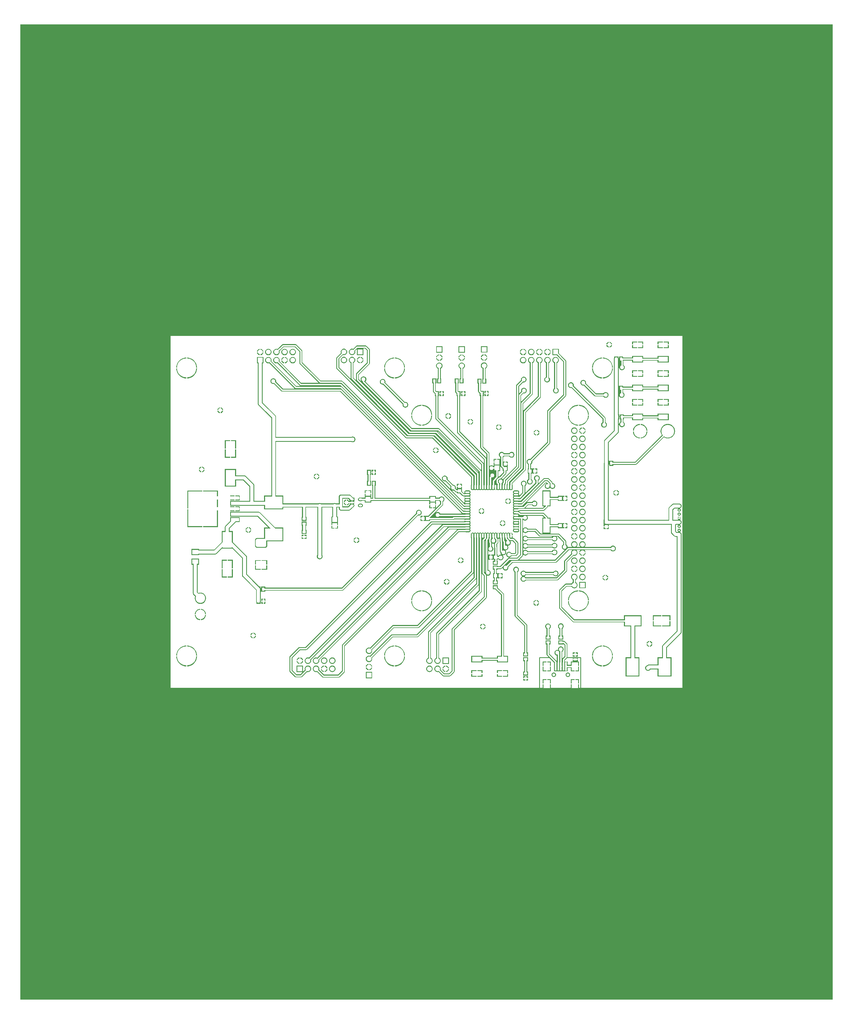
<source format=gbr>
%FSDAX33Y33*%
%MOMM*%
%SFA1B1*%

%IPPOS*%
%AMD48*
4,1,8,1.209040,1.262380,-1.209040,1.262380,-1.651000,0.820420,-1.651000,-0.820420,-1.209040,-1.262380,1.209040,-1.262380,1.651000,-0.820420,1.651000,0.820420,1.209040,1.262380,0.0*
1,1,0.883402,1.209040,0.820420*
1,1,0.883402,-1.209040,0.820420*
1,1,0.883402,-1.209040,-0.820420*
1,1,0.883402,1.209040,-0.820420*
%
%AMD1002*
%
%ADD41R,2.999999X1.524000*%
%ADD42R,0.800001X1.050000*%
%ADD43R,1.100000X1.000001*%
%ADD44R,1.549999X1.500000*%
%ADD45O,1.050000X0.599999*%
%ADD46R,1.050000X0.599999*%
%ADD47R,3.300001X2.524001*%
G04~CAMADD=48~8~0.0~0.0~1299.2~993.7~173.9~0.0~15~0.0~0.0~0.0~0.0~0~0.0~0.0~0.0~0.0~0~0.0~0.0~0.0~0.0~1299.2~993.7*
%ADD48D48*%
%ADD49R,2.999999X5.000000*%
%ADD50R,1.000001X1.100000*%
%ADD51R,5.499999X3.850000*%
%ADD52R,9.100000X10.900001*%
%ADD53R,2.500000X1.050000*%
%ADD54R,1.050000X0.800001*%
%ADD55R,2.000001X4.500001*%
%ADD56R,2.000001X2.500000*%
%ADD57R,0.499999X2.500000*%
%ADD58O,0.549999X1.450000*%
%ADD59O,1.450000X0.549999*%
%ADD60R,5.000000X2.999999*%
%ADD61R,3.850000X5.499999*%
%ADD62R,1.849999X1.450000*%
%ADD63C,0.399999*%
%ADD64C,1.000001*%
%ADD65C,0.254000*%
%ADD66C,0.750001*%
%ADD67C,0.381000*%
%ADD68C,1.500000*%
%ADD69R,1.500000X1.500000*%
%ADD70C,6.000001*%
%ADD71C,4.000000*%
%ADD72C,0.499999*%
%ADD73C,2.999999*%
%ADD74C,0.900001*%
%ADD75C,1.270000*%
%LNfilm_top-1*%
%LPD*%
G36*
X253999Y304799D02*
X000000D01*
Y000000*
X253999*
Y304799*
G37*
%LNfilm_top-2*%
%LPC*%
G36*
X175108Y097412D02*
X174662D01*
Y098525*
X172154*
Y097412*
X165862*
Y098525*
X163354*
Y097412*
X162508*
Y106802*
X165459*
X166908Y105353*
Y102652*
X170104*
Y102648*
X170481*
Y104152*
Y105656*
X170267*
Y106112*
X170933Y106777*
X170949Y106802*
X172729*
Y106479*
X174287*
Y106802*
X175108*
Y097412*
G37*
G36*
X206999D02*
X175490D01*
X175363*
Y106802*
X175344Y106899*
X175289Y106982*
X175206Y107037*
X175108Y107057*
X174287*
X174190Y107037*
X174137Y107002*
X172880*
X172827Y107037*
X172729Y107057*
X171104*
X171067Y107102*
Y111002*
X171032Y111177*
X170933Y111326*
X170283Y111976*
X170134Y112076*
X169958Y112111*
X169783*
Y112302*
X168233*
Y111002*
X169783*
Y111012*
X169901Y111061*
X170149Y110812*
Y107292*
X169586Y106729*
X169459Y106781*
Y108732*
X169639Y108871*
X169781Y109056*
X169871Y109271*
X169901Y109502*
X169871Y109733*
X169781Y109948*
X169639Y110133*
X169455Y110275*
X169239Y110364*
X169008Y110395*
X168777Y110364*
X168562Y110275*
X168377Y110133*
X168235Y109948*
X168146Y109733*
X168116Y109502*
X168130Y109392*
X168040Y109302*
X167931Y109317*
X167700Y109286*
X167484Y109197*
X167299Y109055*
X167158Y108871*
X167068Y108655*
X167038Y108424*
X167068Y108193*
X167158Y107978*
X167299Y107793*
X167484Y107651*
X167700Y107562*
X167759Y107554*
Y105979*
X167632Y105927*
X165467Y108092*
Y111002*
X165783*
Y112302*
X164233*
Y111002*
X164549*
Y107902*
X164584Y107726*
X164684Y107577*
X165087Y107174*
X165039Y107057*
X162508*
X162411Y107037*
X162328Y106982*
X162273Y106899*
X162253Y106802*
Y097412*
X162126*
X047018*
Y207392*
X206999Y207392*
X206999Y097412*
G37*
%LNfilm_top-3*%
%LPD*%
G36*
X174662Y100156D02*
X173535D01*
Y098779*
X174662*
Y100156*
G37*
G36*
X166808Y102258D02*
X166626Y102234D01*
X166455Y102163*
X166309Y102051*
X166197Y101905*
X166126Y101735*
X166102Y101552*
X166126Y101369*
X166197Y101199*
X166309Y101053*
X166455Y100940*
X166626Y100870*
X166808Y100846*
X166991Y100870*
X167161Y100940*
X167308Y101053*
X167420Y101199*
X167490Y101369*
X167514Y101552*
X167490Y101735*
X167420Y101905*
X167308Y102051*
X167161Y102163*
X166991Y102234*
X166808Y102258*
G37*
G36*
X171208D02*
X171026Y102234D01*
X170855Y102163*
X170709Y102051*
X170597Y101905*
X170526Y101735*
X170502Y101552*
X170526Y101369*
X170597Y101199*
X170709Y101053*
X170855Y100940*
X171026Y100870*
X171208Y100846*
X171391Y100870*
X171561Y100940*
X171708Y101053*
X171820Y101199*
X171890Y101369*
X171914Y101552*
X171890Y101735*
X171820Y101905*
X171708Y102051*
X171561Y102163*
X171391Y102234*
X171208Y102258*
G37*
G36*
X164481Y100156D02*
X163354D01*
Y098779*
X164481*
Y100156*
G37*
G36*
X165862D02*
X164735D01*
Y098779*
X165862*
Y100156*
G37*
G36*
X173281D02*
X172154D01*
Y098779*
X173281*
Y100156*
G37*
G36*
X164481Y105656D02*
X163354D01*
Y104279*
X164481*
Y105656*
G37*
G36*
X165862D02*
X164735D01*
Y104279*
X165862*
Y105656*
G37*
G36*
X174287Y106225D02*
X172729D01*
Y105698*
X172620Y105656*
X172154*
Y104611*
X171112*
Y105656*
X170735*
Y104152*
Y102648*
X171112*
Y103693*
X172154*
Y102648*
X173281*
Y104152*
X173408*
Y104279*
X174662*
Y105656*
X174397*
X174287Y105698*
Y106225*
G37*
G36*
X164481Y104025D02*
X163354D01*
Y102648*
X164481*
Y104025*
G37*
G36*
X165862D02*
X164735D01*
Y102648*
X165862*
Y104025*
G37*
G36*
X174662D02*
X173535D01*
Y102648*
X174662*
Y104025*
G37*
G36*
X088581Y145306D02*
X087929D01*
Y144779*
X088581*
Y145306*
G37*
G36*
X089487Y144525D02*
X088835D01*
Y143998*
X089487*
Y144525*
G37*
G36*
X088581D02*
X087929D01*
Y143998*
X088581*
Y144525*
G37*
G36*
X173345Y145808D02*
Y144939D01*
X174214*
X174196Y145074*
X174095Y145318*
X173934Y145528*
X173725Y145689*
X173480Y145790*
X173345Y145808*
G37*
G36*
X173091Y145808D02*
X172956Y145790D01*
X172712Y145689*
X172502Y145528*
X172341Y145318*
X172240Y145074*
X172222Y144939*
X173091*
Y145808*
G37*
G36*
X089487Y145306D02*
X088835D01*
Y144779*
X089487*
Y145306*
G37*
G36*
X105235Y144482D02*
Y143729D01*
X105988*
X105974Y143834*
X105885Y144050*
X105742Y144236*
X105557Y144378*
X105340Y144468*
X105235Y144482*
G37*
G36*
X104981D02*
X104876Y144468D01*
X104660Y144378*
X104474Y144236*
X104332Y144050*
X104242Y143834*
X104228Y143729*
X104981*
Y144482*
G37*
G36*
X105988Y143475D02*
X105235D01*
Y142722*
X105340Y142736*
X105557Y142825*
X105742Y142968*
X105885Y143154*
X105974Y143370*
X105988Y143475*
G37*
G36*
X174214Y144685D02*
X173345D01*
Y143816*
X173480Y143834*
X173725Y143935*
X173934Y144096*
X174095Y144306*
X174196Y144550*
X174214Y144685*
G37*
G36*
X173091D02*
X172222D01*
X172240Y144550*
X172341Y144306*
X172502Y144096*
X172712Y143935*
X172956Y143834*
X173091Y143816*
Y144685*
G37*
G36*
X175758Y145821D02*
X175497Y145786D01*
X175254Y145685*
X175045Y145525*
X174885Y145316*
X174784Y145073*
X174750Y144812*
X174784Y144551*
X174885Y144308*
X175045Y144099*
X175254Y143938*
X175497Y143838*
X175758Y143803*
X176019Y143838*
X176263Y143938*
X176471Y144099*
X176632Y144308*
X176733Y144551*
X176767Y144812*
X176733Y145073*
X176632Y145316*
X176471Y145525*
X176263Y145685*
X176019Y145786*
X175758Y145821*
G37*
G36*
X153535Y145966D02*
Y145129D01*
X153948*
Y145452*
X153907Y145658*
X153790Y145833*
X153615Y145950*
X153535Y145966*
G37*
G36*
X071435Y147682D02*
Y146929D01*
X072188*
X072174Y147034*
X072085Y147250*
X071942Y147436*
X071757Y147578*
X071540Y147668*
X071435Y147682*
G37*
G36*
X071181D02*
X071076Y147668D01*
X070860Y147578*
X070674Y147436*
X070532Y147250*
X070442Y147034*
X070428Y146929*
X071181*
Y147682*
G37*
G36*
X175758Y148361D02*
X175497Y148326D01*
X175254Y148225*
X175045Y148065*
X174885Y147856*
X174784Y147613*
X174750Y147352*
X174784Y147091*
X174885Y146848*
X175045Y146639*
X175254Y146478*
X175497Y146378*
X175758Y146343*
X176019Y146378*
X176263Y146478*
X176471Y146639*
X176632Y146848*
X176733Y147091*
X176767Y147352*
X176733Y147613*
X176632Y147856*
X176471Y148065*
X176263Y148225*
X176019Y148326*
X175758Y148361*
G37*
G36*
X098181Y148075D02*
X097279D01*
Y147198*
X098181*
Y148075*
G37*
G36*
X184012Y147675D02*
X183335D01*
Y147048*
X184012*
Y147675*
G37*
G36*
X183081D02*
X182404D01*
Y147048*
X183081*
Y147675*
G37*
G36*
X072188Y146675D02*
X071435D01*
Y145922*
X071540Y145936*
X071757Y146025*
X071942Y146168*
X072085Y146354*
X072174Y146570*
X072188Y146675*
G37*
G36*
X071181D02*
X070428D01*
X070442Y146570*
X070532Y146354*
X070674Y146168*
X070860Y146025*
X071076Y145936*
X071181Y145922*
Y146675*
G37*
G36*
X089483Y149402D02*
X087933D01*
Y148102*
X088071*
Y146802*
X087933*
Y145502*
X089483*
Y146802*
X089346*
Y148102*
X089483*
Y149402*
G37*
G36*
X173218Y148361D02*
X172957Y148326D01*
X172714Y148225*
X172505Y148065*
X172345Y147856*
X172244Y147613*
X172210Y147352*
X172244Y147091*
X172345Y146848*
X172505Y146639*
X172714Y146478*
X172957Y146378*
X173218Y146343*
X173479Y146378*
X173723Y146478*
X173931Y146639*
X174092Y146848*
X174193Y147091*
X174227Y147352*
X174193Y147613*
X174092Y147856*
X173931Y148065*
X173723Y148225*
X173479Y148326*
X173218Y148361*
G37*
G36*
X155972Y147275D02*
X155008D01*
X154044*
X154060Y147195*
X154177Y147021*
X154127Y146901*
X154064Y146807*
X154023Y146602*
X154064Y146397*
X154180Y146223*
X154353Y146107*
X154558Y146067*
X155458*
X155663Y146107*
X155837Y146223*
X155953Y146397*
X155994Y146602*
X155953Y146807*
X155890Y146901*
X155840Y147021*
X155957Y147195*
X155972Y147275*
G37*
G36*
X140772Y149675D02*
X139808D01*
X138844*
X138860Y149595*
X138875Y149573*
X138815Y149461*
X128608*
X128433Y149426*
X128284Y149326*
X089118Y110161*
X087308*
X087133Y110126*
X086984Y110026*
X084284Y107326*
X084184Y107177*
X084149Y107002*
Y102802*
X084184Y102626*
X084284Y102477*
X085884Y100877*
X086033Y100778*
X086208Y100743*
X087728*
X087904Y100778*
X088053Y100877*
X089622Y102446*
X089667Y102428*
X089928Y102393*
X090189Y102428*
X090433Y102528*
X090641Y102689*
X090802Y102898*
X090903Y103141*
X090937Y103402*
X090903Y103663*
X090802Y103906*
X090641Y104115*
X090433Y104275*
X090189Y104376*
X089928Y104411*
X089667Y104376*
X089424Y104275*
X089215Y104115*
X089055Y103906*
X088954Y103663*
X088920Y103402*
X088954Y103141*
X088973Y103095*
X088506Y102628*
X088388Y102677*
Y104402*
X086388*
Y102402*
X088113*
X088162Y102285*
X087538Y101661*
X086398*
X085067Y102992*
Y106812*
X087498Y109243*
X089308*
X089484Y109278*
X089633Y109377*
X128798Y148543*
X131721*
X131774Y148416*
X090249Y106891*
X090189Y106916*
X089928Y106951*
X089667Y106916*
X089424Y106815*
X089236Y106671*
X089214Y106656*
X089199Y106634*
X089055Y106446*
X088954Y106203*
X088920Y105942*
X088954Y105681*
X089055Y105438*
X089215Y105229*
X089424Y105068*
X089667Y104968*
X089928Y104933*
X090189Y104968*
X090433Y105068*
X090641Y105229*
X090802Y105438*
X090903Y105681*
X090937Y105942*
X090903Y106203*
X090890Y106234*
X132398Y147743*
X133521*
X133574Y147616*
X092831Y106874*
X092729Y106916*
X092468Y106951*
X092207Y106916*
X091964Y106815*
X091755Y106655*
X091595Y106446*
X091494Y106203*
X091460Y105942*
X091494Y105681*
X091595Y105438*
X091755Y105229*
X091964Y105068*
X092207Y104968*
X092468Y104933*
X092729Y104968*
X092973Y105068*
X093181Y105229*
X093342Y105438*
X093443Y105681*
X093477Y105942*
X093444Y106189*
X134198Y146943*
X136421*
X136474Y146816*
X100684Y111026*
X100584Y110877*
X100549Y110702*
Y102792*
X099318Y101561*
X094958*
X093424Y103095*
X093443Y103141*
X093477Y103402*
X093443Y103663*
X093342Y103906*
X093181Y104115*
X092973Y104275*
X092729Y104376*
X092468Y104411*
X092207Y104376*
X091964Y104275*
X091755Y104115*
X091595Y103906*
X091494Y103663*
X091460Y103402*
X091494Y103141*
X091595Y102898*
X091755Y102689*
X091964Y102528*
X092207Y102428*
X092468Y102393*
X092729Y102428*
X092775Y102446*
X094444Y100777*
X094593Y100678*
X094768Y100643*
X099508*
X099684Y100678*
X099833Y100777*
X101333Y102277*
X101432Y102426*
X101467Y102602*
Y110512*
X137098Y146143*
X139100*
X139153Y146107*
X139358Y146067*
X140258*
X140463Y146107*
X140637Y146223*
X140753Y146397*
X140794Y146602*
X140753Y146807*
X140637Y146980*
Y147023*
X140753Y147197*
X140794Y147402*
X140753Y147607*
X140637Y147780*
Y147823*
X140753Y147997*
X140794Y148202*
X140753Y148407*
X140687Y148505*
X140646Y148602*
X140687Y148699*
X140753Y148797*
X140794Y149002*
X140753Y149207*
X140690Y149301*
X140640Y149421*
X140757Y149595*
X140772Y149675*
G37*
G36*
X104981Y143475D02*
X104228D01*
X104242Y143370*
X104332Y143154*
X104474Y142968*
X104660Y142825*
X104876Y142736*
X104981Y142722*
Y143475*
G37*
G36*
X075181Y135725D02*
X073404D01*
Y134336*
X075181*
Y135725*
G37*
G36*
X174214Y134525D02*
X173345D01*
Y133656*
X173480Y133674*
X173725Y133775*
X173934Y133936*
X174095Y134146*
X174196Y134390*
X174214Y134525*
G37*
G36*
X173091D02*
X172222D01*
X172240Y134390*
X172341Y134146*
X172502Y133936*
X172712Y133775*
X172956Y133674*
X173091Y133656*
Y134525*
G37*
G36*
X173345Y135648D02*
Y134779D01*
X174214*
X174196Y134914*
X174095Y135158*
X173934Y135368*
X173725Y135529*
X173480Y135630*
X173345Y135648*
G37*
G36*
X173091Y135648D02*
X172956Y135630D01*
X172712Y135529*
X172502Y135368*
X172341Y135158*
X172240Y134914*
X172222Y134779*
X173091*
Y135648*
G37*
G36*
X077212Y135725D02*
X075435D01*
Y134336*
X077212*
Y135725*
G37*
G36*
X182781Y132782D02*
X182676Y132768D01*
X182460Y132678*
X182274Y132536*
X182132Y132350*
X182042Y132134*
X182028Y132029*
X182781*
Y132782*
G37*
G36*
X066462Y134575D02*
X064835D01*
Y131948*
X066462*
Y134575*
G37*
G36*
X064581D02*
X062954D01*
Y131948*
X064581*
Y134575*
G37*
G36*
X175758Y135661D02*
X175497Y135626D01*
X175254Y135525*
X175045Y135365*
X174885Y135156*
X174784Y134913*
X174750Y134652*
X174784Y134391*
X174885Y134148*
X175045Y133939*
X175254Y133778*
X175497Y133678*
X175758Y133643*
X176019Y133678*
X176263Y133778*
X176471Y133939*
X176632Y134148*
X176733Y134391*
X176767Y134652*
X176733Y134913*
X176632Y135156*
X176471Y135365*
X176263Y135525*
X176019Y135626*
X175758Y135661*
G37*
G36*
X150762Y133306D02*
X150135D01*
Y132629*
X150762*
Y133306*
G37*
G36*
X183035Y132782D02*
Y132029D01*
X183788*
X183774Y132134*
X183685Y132350*
X183542Y132536*
X183357Y132678*
X183140Y132768*
X183035Y132782*
G37*
G36*
X064581Y137456D02*
X062954D01*
Y134829*
X064581*
Y137456*
G37*
G36*
X137835Y138182D02*
Y137429D01*
X138588*
X138574Y137534*
X138485Y137750*
X138342Y137936*
X138157Y138078*
X137940Y138168*
X137835Y138182*
G37*
G36*
X137581D02*
X137476Y138168D01*
X137260Y138078*
X137074Y137936*
X136932Y137750*
X136842Y137534*
X136828Y137429*
X137581*
Y138182*
G37*
G36*
X138588Y137175D02*
X137835D01*
Y136422*
X137940Y136436*
X138157Y136525*
X138342Y136668*
X138485Y136854*
X138574Y137070*
X138588Y137175*
G37*
G36*
X068608Y152477D02*
X065608D01*
Y150927*
X068608*
Y150945*
X074195*
X077446Y147694*
X077398Y147577*
X076208*
Y144270*
X074100*
X073919Y144246*
X073751Y144176*
X073607Y144066*
X073496Y143921*
X073426Y143753*
X073402Y143572*
Y141932*
X073426Y141751*
X073496Y141583*
X073607Y141438*
X073751Y141327*
X073919Y141258*
X074100Y141234*
X076517*
X076697Y141258*
X076865Y141327*
X077010Y141438*
X077121Y141583*
X077190Y141751*
X077214Y141932*
Y143227*
X082208*
Y147577*
X079703*
X075043Y152237*
X074887Y152357*
X074704Y152433*
X074508Y152458*
X068608*
Y152477*
G37*
G36*
X176754Y139605D02*
X175885D01*
Y138736*
X176020Y138754*
X176265Y138855*
X176474Y139016*
X176635Y139226*
X176736Y139470*
X176754Y139605*
G37*
G36*
X175631D02*
X174762D01*
X174780Y139470*
X174881Y139226*
X175042Y139016*
X175252Y138855*
X175496Y138754*
X175631Y138736*
Y139605*
G37*
G36*
X077212Y137368D02*
X075435D01*
Y135979*
X077212*
Y137368*
G37*
G36*
X075181D02*
X073404D01*
Y135979*
X075181*
Y137368*
G37*
G36*
X066462Y137456D02*
X064835D01*
Y134829*
X066462*
Y137456*
G37*
G36*
X137581Y137175D02*
X136828D01*
X136842Y137070*
X136932Y136854*
X137074Y136668*
X137260Y136525*
X137476Y136436*
X137581Y136422*
Y137175*
G37*
G36*
X175758Y138201D02*
X175497Y138166D01*
X175254Y138065*
X175045Y137905*
X174885Y137696*
X174784Y137453*
X174750Y137192*
X174784Y136931*
X174885Y136688*
X175045Y136479*
X175254Y136318*
X175497Y136218*
X175758Y136183*
X176019Y136218*
X176263Y136318*
X176471Y136479*
X176632Y136688*
X176733Y136931*
X176767Y137192*
X176733Y137453*
X176632Y137696*
X176471Y137905*
X176263Y138065*
X176019Y138166*
X175758Y138201*
G37*
G36*
X173218D02*
X172957Y138166D01*
X172714Y138065*
X172505Y137905*
X172345Y137696*
X172244Y137453*
X172210Y137192*
X172244Y136931*
X172345Y136688*
X172505Y136479*
X172714Y136318*
X172957Y136218*
X173218Y136183*
X173479Y136218*
X173723Y136318*
X173931Y136479*
X174092Y136688*
X174193Y136931*
X174227Y137192*
X174193Y137453*
X174092Y137696*
X173931Y137905*
X173723Y138065*
X173479Y138166*
X173218Y138201*
G37*
G36*
X128781Y154475D02*
X127879D01*
Y153598*
X128781*
Y154475*
G37*
G36*
X068612Y154181D02*
X067235D01*
Y153529*
X068612*
Y154181*
G37*
G36*
X066981D02*
X065604D01*
Y153529*
X066981*
Y154181*
G37*
G36*
X175758Y155981D02*
X175497Y155946D01*
X175254Y155845*
X175045Y155685*
X174885Y155476*
X174784Y155233*
X174750Y154972*
X174784Y154711*
X174885Y154468*
X175045Y154259*
X175254Y154098*
X175497Y153998*
X175758Y153963*
X176019Y153998*
X176263Y154098*
X176471Y154259*
X176632Y154468*
X176733Y154711*
X176767Y154972*
X176733Y155233*
X176632Y155476*
X176471Y155685*
X176263Y155845*
X176019Y155946*
X175758Y155981*
G37*
G36*
X173218D02*
X172957Y155946D01*
X172714Y155845*
X172505Y155685*
X172345Y155476*
X172244Y155233*
X172210Y154972*
X172244Y154711*
X172345Y154468*
X172505Y154259*
X172714Y154098*
X172957Y153998*
X173218Y153963*
X173479Y153998*
X173723Y154098*
X173931Y154259*
X174092Y154468*
X174193Y154711*
X174227Y154972*
X174193Y155233*
X174092Y155476*
X173931Y155685*
X173723Y155845*
X173479Y155946*
X173218Y155981*
G37*
G36*
X106558Y155013D02*
X106108D01*
X105894Y154970*
X105712Y154848*
X105590Y154667*
X105548Y154452*
X105590Y154237*
X105712Y154055*
X105894Y153934*
X106108Y153891*
X106558*
X106773Y153934*
X106955Y154055*
X107076Y154237*
X107119Y154452*
X107076Y154667*
X106955Y154848*
X106773Y154970*
X106558Y155013*
G37*
G36*
X144081Y153582D02*
X143976Y153568D01*
X143760Y153478*
X143574Y153336*
X143432Y153150*
X143342Y152934*
X143328Y152829*
X144081*
Y153582*
G37*
G36*
X068612Y153275D02*
X067235D01*
Y152623*
X068612*
Y153275*
G37*
G36*
X066981D02*
X065604D01*
Y152623*
X066981*
Y153275*
G37*
G36*
X061812Y159106D02*
X057135D01*
Y153529*
X061812*
Y159106*
G37*
G36*
X056881D02*
X052204D01*
Y153529*
X056881*
Y159106*
G37*
G36*
X144335Y153582D02*
Y152829D01*
X145088*
X145074Y152934*
X144985Y153150*
X144842Y153336*
X144657Y153478*
X144440Y153568*
X144335Y153582*
G37*
G36*
X152381Y155675D02*
X151628D01*
X151642Y155570*
X151732Y155354*
X151874Y155168*
X152060Y155025*
X152276Y154936*
X152381Y154922*
Y155675*
G37*
G36*
X170987Y157456D02*
X170360D01*
Y156779*
X170987*
Y157456*
G37*
G36*
X175758Y158521D02*
X175497Y158486D01*
X175254Y158385*
X175045Y158225*
X174885Y158016*
X174784Y157773*
X174750Y157512*
X174784Y157251*
X174885Y157008*
X175045Y156799*
X175254Y156638*
X175497Y156538*
X175758Y156503*
X176019Y156538*
X176263Y156638*
X176471Y156799*
X176632Y157008*
X176733Y157251*
X176767Y157512*
X176733Y157773*
X176632Y158016*
X176471Y158225*
X176263Y158385*
X176019Y158486*
X175758Y158521*
G37*
G36*
X173218D02*
X172957Y158486D01*
X172714Y158385*
X172505Y158225*
X172345Y158016*
X172244Y157773*
X172210Y157512*
X172244Y157251*
X172345Y157008*
X172505Y156799*
X172714Y156638*
X172957Y156538*
X173218Y156503*
X173479Y156538*
X173723Y156638*
X173931Y156799*
X174092Y157008*
X174193Y157251*
X174227Y157512*
X174193Y157773*
X174092Y158016*
X173931Y158225*
X173723Y158385*
X173479Y158486*
X173218Y158521*
G37*
G36*
X186181Y158275D02*
X185428D01*
X185442Y158170*
X185532Y157954*
X185674Y157768*
X185860Y157625*
X186076Y157536*
X186181Y157522*
Y158275*
G37*
G36*
X068612Y157581D02*
X067235D01*
Y156929*
X068612*
Y157581*
G37*
G36*
X066981D02*
X065604D01*
Y156929*
X066981*
Y157581*
G37*
G36*
X152381Y156682D02*
X152276Y156668D01*
X152060Y156578*
X151874Y156436*
X151732Y156250*
X151642Y156034*
X151628Y155929*
X152381*
Y156682*
G37*
G36*
X170987Y156525D02*
X170360D01*
Y155848*
X170987*
Y156525*
G37*
G36*
X153388Y155675D02*
X152635D01*
Y154922*
X152740Y154936*
X152957Y155025*
X153142Y155168*
X153285Y155354*
X153374Y155570*
X153388Y155675*
G37*
G36*
X068612Y156675D02*
X067235D01*
Y156023*
X068612*
Y156675*
G37*
G36*
X066981D02*
X065604D01*
Y156023*
X066981*
Y156675*
G37*
G36*
X152635Y156682D02*
Y155929D01*
X153388*
X153374Y156034*
X153285Y156250*
X153142Y156436*
X152957Y156578*
X152740Y156668*
X152635Y156682*
G37*
G36*
X173345Y153428D02*
Y152559D01*
X174214*
X174196Y152694*
X174095Y152938*
X173934Y153148*
X173725Y153309*
X173480Y153410*
X173345Y153428*
G37*
G36*
X155972Y149675D02*
X155008D01*
X154044*
X154060Y149595*
X154177Y149421*
X154127Y149301*
X154064Y149207*
X154023Y149002*
X154064Y148797*
X154127Y148703*
X154177Y148583*
X154060Y148408*
X154044Y148329*
X155008*
X155972*
X155957Y148408*
X155840Y148583*
X155890Y148703*
X155953Y148797*
X155994Y149002*
X155953Y149207*
X155890Y149301*
X155840Y149421*
X155957Y149595*
X155972Y149675*
G37*
G36*
X170987Y148956D02*
X170360D01*
Y148279*
X170987*
Y148956*
G37*
G36*
X151688Y148775D02*
X150935D01*
Y148022*
X151040Y148036*
X151257Y148125*
X151442Y148268*
X151585Y148454*
X151674Y148670*
X151688Y148775*
G37*
G36*
X150681Y149782D02*
X150576Y149768D01*
X150360Y149678*
X150174Y149536*
X150032Y149350*
X149942Y149134*
X149928Y149029*
X150681*
Y149782*
G37*
G36*
X175758Y150901D02*
X175497Y150866D01*
X175254Y150765*
X175045Y150605*
X174885Y150396*
X174784Y150153*
X174750Y149892*
X174784Y149631*
X174885Y149388*
X175045Y149179*
X175254Y149018*
X175497Y148918*
X175758Y148883*
X176019Y148918*
X176263Y149018*
X176471Y149179*
X176632Y149388*
X176733Y149631*
X176767Y149892*
X176733Y150153*
X176632Y150396*
X176471Y150605*
X176263Y150765*
X176019Y150866*
X175758Y150901*
G37*
G36*
X173218D02*
X172957Y150866D01*
X172714Y150765*
X172505Y150605*
X172345Y150396*
X172244Y150153*
X172210Y149892*
X172244Y149631*
X172345Y149388*
X172505Y149179*
X172714Y149018*
X172957Y148918*
X173218Y148883*
X173479Y148918*
X173723Y149018*
X173931Y149179*
X174092Y149388*
X174193Y149631*
X174227Y149892*
X174193Y150153*
X174092Y150396*
X173931Y150605*
X173723Y150765*
X173479Y150866*
X173218Y150901*
G37*
G36*
X155972Y148075D02*
X155008D01*
X154044*
X154060Y147995*
X154124Y147900*
X154168Y147802*
X154124Y147703*
X154060Y147608*
X154044Y147529*
X155008*
X155972*
X155957Y147608*
X155893Y147703*
X155848Y147802*
X155893Y147900*
X155957Y147995*
X155972Y148075*
G37*
G36*
X170987Y148025D02*
X170360D01*
Y147348*
X170987*
Y148025*
G37*
G36*
X099337Y148075D02*
X098435D01*
Y147198*
X099337*
Y148075*
G37*
G36*
X150681Y148775D02*
X149928D01*
X149942Y148670*
X150032Y148454*
X150174Y148268*
X150360Y148125*
X150576Y148036*
X150681Y148022*
Y148775*
G37*
G36*
X061812Y153275D02*
X057135D01*
Y147698*
X061812*
Y153275*
G37*
G36*
X056881D02*
X052204D01*
Y147698*
X056881*
Y153275*
G37*
G36*
X150935Y149782D02*
Y149029D01*
X151688*
X151674Y149134*
X151585Y149350*
X151442Y149536*
X151257Y149678*
X151040Y149768*
X150935Y149782*
G37*
G36*
X174214Y152305D02*
X173345D01*
Y151436*
X173480Y151454*
X173725Y151555*
X173934Y151716*
X174095Y151926*
X174196Y152170*
X174214Y152305*
G37*
G36*
X173091D02*
X172222D01*
X172240Y152170*
X172341Y151926*
X172502Y151716*
X172712Y151555*
X172956Y151454*
X173091Y151436*
Y152305*
G37*
G36*
X175758Y153441D02*
X175497Y153406D01*
X175254Y153305*
X175045Y153145*
X174885Y152936*
X174784Y152693*
X174750Y152432*
X174784Y152171*
X174885Y151928*
X175045Y151719*
X175254Y151558*
X175497Y151458*
X175758Y151423*
X176019Y151458*
X176263Y151558*
X176471Y151719*
X176632Y151928*
X176733Y152171*
X176767Y152432*
X176733Y152693*
X176632Y152936*
X176471Y153145*
X176263Y153305*
X176019Y153406*
X175758Y153441*
G37*
G36*
X173091Y153428D02*
X172956Y153410D01*
X172712Y153309*
X172502Y153148*
X172341Y152938*
X172240Y152694*
X172222Y152559*
X173091*
Y153428*
G37*
G36*
X145088Y152575D02*
X144335D01*
Y151822*
X144440Y151836*
X144657Y151925*
X144842Y152068*
X144985Y152254*
X145074Y152470*
X145088Y152575*
G37*
G36*
X144081D02*
X143328D01*
X143342Y152470*
X143432Y152254*
X143574Y152068*
X143760Y151925*
X143976Y151836*
X144081Y151822*
Y152575*
G37*
G36*
X205881Y150970D02*
X205812Y150957D01*
X205645Y150845*
X205534Y150679*
X205520Y150609*
X205881*
Y150970*
G37*
G36*
X125781Y151206D02*
X125154D01*
Y150529*
X125781*
Y151206*
G37*
G36*
Y150275D02*
X125154D01*
Y149598*
X125781*
Y150275*
G37*
G36*
X124608Y153095D02*
X124377Y153064D01*
X124162Y152975*
X123977Y152833*
X123835Y152648*
X123746Y152433*
X123716Y152202*
X123744Y151986*
X100518Y128761*
X076608*
Y129077*
X075308*
Y128526*
X075189Y128498*
X075113Y128680*
X075108Y128687*
Y129077*
X074753*
X070865Y132965*
Y138302*
X070839Y138498*
X070763Y138680*
X070643Y138837*
X070643Y138837*
X066458Y143022*
Y146452*
X065465*
Y147289*
X067403Y149227*
X068608*
Y150777*
X065608*
Y149572*
X064173Y148137*
X064053Y147980*
X063978Y147798*
X063952Y147602*
Y146452*
X062958*
Y143022*
X060595Y140658*
X055883*
Y140877*
X053533*
Y138927*
X055883*
Y139145*
X060908*
X061104Y139171*
X061287Y139247*
X061443Y139367*
X063028Y140952*
X066388*
X069352Y137989*
Y132652*
X069378Y132456*
X069453Y132274*
X069573Y132117*
X073702Y127989*
Y124552*
X073728Y124356*
X073803Y124174*
X073858Y124102*
Y123727*
X075158*
Y124282*
X075189Y124356*
X075215Y124552*
Y127446*
X075308Y127527*
X075342*
X076608*
Y127843*
X100708*
X100884Y127878*
X101033Y127977*
X124393Y151338*
X124608Y151309*
X124839Y151340*
X125055Y151429*
X125239Y151571*
X125381Y151756*
X125471Y151971*
X125501Y152202*
X125471Y152433*
X125381Y152648*
X125239Y152833*
X125055Y152975*
X124839Y153064*
X124608Y153095*
G37*
G36*
X206008Y152262D02*
X205813Y152223D01*
X205648Y152112*
X205537Y151947*
X205499Y151752*
X205537Y151557*
X205648Y151391*
X205813Y151281*
X206008Y151242*
X206203Y151281*
X206369Y151391*
X206479Y151557*
X206518Y151752*
X206479Y151947*
X206369Y152112*
X206203Y152223*
X206008Y152262*
G37*
G36*
X206135Y150970D02*
Y150609D01*
X206497*
X206483Y150679*
X206372Y150845*
X206205Y150957*
X206135Y150970*
G37*
G36*
X095008Y106951D02*
X094747Y106916D01*
X094504Y106815*
X094295Y106655*
X094135Y106446*
X094034Y106203*
X094000Y105942*
X094034Y105681*
X094135Y105438*
X094295Y105229*
X094504Y105068*
X094747Y104968*
X095008Y104933*
X095269Y104968*
X095513Y105068*
X095721Y105229*
X095882Y105438*
X095983Y105681*
X096017Y105942*
X095983Y106203*
X095882Y106446*
X095721Y106655*
X095513Y106815*
X095269Y106916*
X095008Y106951*
G37*
G36*
X185262Y107275D02*
X182135D01*
Y104148*
X182519Y104178*
X183017Y104298*
X183490Y104494*
X183927Y104761*
X184316Y105094*
X184649Y105483*
X184917Y105920*
X185113Y106393*
X185232Y106891*
X185262Y107275*
G37*
G36*
X181881D02*
X178754D01*
X178784Y106891*
X178904Y106393*
X179100Y105920*
X179368Y105483*
X179700Y105094*
X180090Y104761*
X180526Y104494*
X181000Y104298*
X181498Y104178*
X181881Y104148*
Y107275*
G37*
G36*
X088384Y105815D02*
X087515D01*
Y104946*
X087650Y104964*
X087895Y105065*
X088104Y105226*
X088265Y105436*
X088366Y105680*
X088384Y105815*
G37*
G36*
X134008Y106942D02*
X132008D01*
Y104942*
X134008*
Y106942*
G37*
G36*
X097548Y106951D02*
X097287Y106916D01*
X097044Y106815*
X096835Y106655*
X096675Y106446*
X096574Y106203*
X096540Y105942*
X096574Y105681*
X096675Y105438*
X096835Y105229*
X097044Y105068*
X097287Y104968*
X097548Y104933*
X097809Y104968*
X098053Y105068*
X098261Y105229*
X098422Y105438*
X098523Y105681*
X098557Y105942*
X098523Y106203*
X098422Y106446*
X098261Y106655*
X098053Y106815*
X097809Y106916*
X097548Y106951*
G37*
G36*
X051881Y107275D02*
X048754D01*
X048784Y106891*
X048904Y106393*
X049100Y105920*
X049368Y105483*
X049700Y105094*
X050090Y104761*
X050526Y104494*
X051000Y104298*
X051498Y104178*
X051881Y104148*
Y107275*
G37*
G36*
X109135Y104958D02*
Y104089D01*
X110004*
X109986Y104224*
X109885Y104468*
X109724Y104678*
X109515Y104839*
X109270Y104940*
X109135Y104958*
G37*
G36*
X108881D02*
X108746Y104940D01*
X108502Y104839*
X108292Y104678*
X108131Y104468*
X108030Y104224*
X108012Y104089*
X108881*
Y104958*
G37*
G36*
X120262Y107275D02*
X117135D01*
Y104148*
X117519Y104178*
X118017Y104298*
X118490Y104494*
X118927Y104761*
X119316Y105094*
X119649Y105483*
X119917Y105920*
X120113Y106393*
X120232Y106891*
X120262Y107275*
G37*
G36*
X116881D02*
X113754D01*
X113784Y106891*
X113904Y106393*
X114100Y105920*
X114368Y105483*
X114700Y105094*
X115090Y104761*
X115526Y104494*
X116000Y104298*
X116498Y104178*
X116881Y104148*
Y107275*
G37*
G36*
X055262D02*
X052135D01*
Y104148*
X052519Y104178*
X053017Y104298*
X053490Y104494*
X053927Y104761*
X054316Y105094*
X054649Y105483*
X054917Y105920*
X055113Y106393*
X055232Y106891*
X055262Y107275*
G37*
G36*
X087261Y105815D02*
X086392D01*
X086410Y105680*
X086511Y105436*
X086672Y105226*
X086882Y105065*
X087126Y104964*
X087261Y104946*
Y105815*
G37*
G36*
X116881Y110656D02*
X116498Y110626D01*
X116000Y110506*
X115526Y110310*
X115090Y110043*
X114700Y109710*
X114368Y109320*
X114100Y108884*
X113904Y108411*
X113784Y107912*
X113754Y107529*
X116881*
Y110656*
G37*
G36*
X052135D02*
Y107529D01*
X055262*
X055232Y107912*
X055113Y108411*
X054917Y108884*
X054649Y109320*
X054316Y109710*
X053927Y110043*
X053490Y110310*
X053017Y110506*
X052519Y110626*
X052135Y110656*
G37*
G36*
X051881D02*
X051498Y110626D01*
X051000Y110506*
X050526Y110310*
X050090Y110043*
X049700Y109710*
X049368Y109320*
X049100Y108884*
X048904Y108411*
X048784Y107912*
X048754Y107529*
X051881*
Y110656*
G37*
G36*
X182135D02*
Y107529D01*
X185262*
X185232Y107912*
X185113Y108411*
X184917Y108884*
X184649Y109320*
X184316Y109710*
X183927Y110043*
X183490Y110310*
X183017Y110506*
X182519Y110626*
X182135Y110656*
G37*
G36*
X181881D02*
X181498Y110626D01*
X181000Y110506*
X180526Y110310*
X180090Y110043*
X179700Y109710*
X179368Y109320*
X179100Y108884*
X178904Y108411*
X178784Y107912*
X178754Y107529*
X181881*
Y110656*
G37*
G36*
X117135D02*
Y107529D01*
X120262*
X120232Y107912*
X120113Y108411*
X119917Y108884*
X119649Y109320*
X119316Y109710*
X118927Y110043*
X118490Y110310*
X118017Y110506*
X117519Y110626*
X117135Y110656*
G37*
G36*
X149283Y129552D02*
X147733D01*
Y128252*
X148509*
X150299Y126462*
Y107414*
X149008*
Y106861*
X144508*
Y107414*
X141008*
Y105390*
X144508*
Y105943*
X149008*
Y105390*
X152508*
Y107414*
X151217*
Y126652*
X151182Y126827*
X151083Y126976*
X149283Y128776*
Y129552*
G37*
G36*
X087515Y106938D02*
Y106069D01*
X088384*
X088366Y106204*
X088265Y106448*
X088104Y106658*
X087895Y106819*
X087650Y106920*
X087515Y106938*
G37*
G36*
X087261D02*
X087126Y106920D01*
X086882Y106819*
X086672Y106658*
X086511Y106448*
X086410Y106204*
X086392Y106069*
X087261*
Y106938*
G37*
G36*
X155008Y135295D02*
X154777Y135264D01*
X154562Y135175*
X154377Y135033*
X154235Y134848*
X154146Y134633*
X154116Y134402*
X154146Y134171*
X154235Y133956*
X154377Y133771*
X154549Y133638*
Y120002*
X154584Y119826*
X154684Y119677*
X157549Y116812*
Y108552*
X157233*
Y107252*
X158783*
Y108552*
X158467*
Y117002*
X158432Y117177*
X158333Y117326*
X155467Y120192*
Y133638*
X155639Y133771*
X155781Y133956*
X155871Y134171*
X155901Y134402*
X155871Y134633*
X155781Y134848*
X155639Y135033*
X155455Y135175*
X155239Y135264*
X155008Y135295*
G37*
G36*
X174287Y107725D02*
X173635D01*
Y107198*
X174287*
Y107725*
G37*
G36*
X173381D02*
X172729D01*
Y107198*
X173381*
Y107725*
G37*
G36*
X095135Y104398D02*
Y103529D01*
X096004*
X095986Y103664*
X095885Y103908*
X095724Y104118*
X095515Y104279*
X095270Y104380*
X095135Y104398*
G37*
G36*
X152512Y101775D02*
X150885D01*
Y100886*
X152512*
Y101775*
G37*
G36*
X150631D02*
X149004D01*
Y100886*
X150631*
Y101775*
G37*
G36*
X144512D02*
X142885D01*
Y100886*
X144512*
Y101775*
G37*
G36*
Y102918D02*
X142885D01*
Y102029*
X144512*
Y102918*
G37*
G36*
X142631D02*
X141004D01*
Y102029*
X142631*
Y102918*
G37*
G36*
X158783Y107052D02*
X157233D01*
Y105752*
X157549*
Y102552*
X157233*
Y101252*
X158783*
Y102552*
X158467*
Y105752*
X158783*
Y107052*
G37*
G36*
X110008Y102422D02*
X108008D01*
Y100422*
X110008*
Y102422*
G37*
G36*
X158787Y100275D02*
X158135D01*
Y099748*
X158787*
Y100275*
G37*
G36*
X157881D02*
X157229D01*
Y099748*
X157881*
Y100275*
G37*
G36*
X142631Y101775D02*
X141004D01*
Y100886*
X142631*
Y101775*
G37*
G36*
X158787Y101056D02*
X158135D01*
Y100529*
X158787*
Y101056*
G37*
G36*
X157881D02*
X157229D01*
Y100529*
X157881*
Y101056*
G37*
G36*
X150631Y102918D02*
X149004D01*
Y102029*
X150631*
Y102918*
G37*
G36*
X108881Y103835D02*
X108012D01*
X108030Y103700*
X108131Y103456*
X108292Y103246*
X108502Y103085*
X108746Y102984*
X108881Y102966*
Y103835*
G37*
G36*
X110004D02*
X109135D01*
Y102966*
X109270Y102984*
X109515Y103085*
X109724Y103246*
X109885Y103456*
X109986Y103700*
X110004Y103835*
G37*
G36*
X134004Y103275D02*
X133135D01*
Y102406*
X133270Y102424*
X133515Y102525*
X133724Y102686*
X133885Y102896*
X133986Y103140*
X134004Y103275*
G37*
G36*
X133135Y104398D02*
Y103529D01*
X134004*
X133986Y103664*
X133885Y103908*
X133724Y104118*
X133515Y104279*
X133270Y104380*
X133135Y104398*
G37*
G36*
X132881D02*
X132746Y104380D01*
X132502Y104279*
X132292Y104118*
X132131Y103908*
X132030Y103664*
X132012Y103529*
X132881*
Y104398*
G37*
G36*
X094881D02*
X094746Y104380D01*
X094502Y104279*
X094292Y104118*
X094131Y103908*
X094030Y103664*
X094012Y103529*
X094881*
Y104398*
G37*
G36*
X127928Y104411D02*
X127667Y104376D01*
X127424Y104275*
X127215Y104115*
X127055Y103906*
X126954Y103663*
X126920Y103402*
X126954Y103141*
X127055Y102898*
X127215Y102689*
X127424Y102528*
X127667Y102428*
X127928Y102393*
X128189Y102428*
X128433Y102528*
X128641Y102689*
X128802Y102898*
X128903Y103141*
X128937Y103402*
X128903Y103663*
X128802Y103906*
X128641Y104115*
X128433Y104275*
X128189Y104376*
X127928Y104411*
G37*
G36*
X097548D02*
X097287Y104376D01*
X097044Y104275*
X096835Y104115*
X096675Y103906*
X096574Y103663*
X096540Y103402*
X096574Y103141*
X096675Y102898*
X096835Y102689*
X097044Y102528*
X097287Y102428*
X097548Y102393*
X097809Y102428*
X098053Y102528*
X098261Y102689*
X098422Y102898*
X098523Y103141*
X098557Y103402*
X098523Y103663*
X098422Y103906*
X098261Y104115*
X098053Y104275*
X097809Y104376*
X097548Y104411*
G37*
G36*
X152512Y102918D02*
X150885D01*
Y102029*
X152512*
Y102918*
G37*
G36*
X094881Y103275D02*
X094012D01*
X094030Y103140*
X094131Y102896*
X094292Y102686*
X094502Y102525*
X094746Y102424*
X094881Y102406*
Y103275*
G37*
G36*
X096004D02*
X095135D01*
Y102406*
X095270Y102424*
X095515Y102525*
X095724Y102686*
X095885Y102896*
X095986Y103140*
X096004Y103275*
G37*
G36*
X132881D02*
X132012D01*
X132030Y103140*
X132131Y102896*
X132292Y102686*
X132502Y102525*
X132746Y102424*
X132881Y102406*
Y103275*
G37*
G36*
X161435Y124882D02*
Y124129D01*
X162188*
X162174Y124234*
X162085Y124450*
X161942Y124636*
X161757Y124778*
X161540Y124868*
X161435Y124882*
G37*
G36*
X161181D02*
X161076Y124868D01*
X160860Y124778*
X160674Y124636*
X160532Y124450*
X160442Y124234*
X160428Y124129*
X161181*
Y124882*
G37*
G36*
X076662Y124375D02*
X076135D01*
Y123723*
X076662*
Y124375*
G37*
G36*
X125381Y127906D02*
X124998Y127876D01*
X124500Y127756*
X124026Y127560*
X123590Y127293*
X123200Y126960*
X122868Y126570*
X122600Y126134*
X122404Y125661*
X122284Y125162*
X122254Y124779*
X125381*
Y127906*
G37*
G36*
X076662Y125281D02*
X076135D01*
Y124629*
X076662*
Y125281*
G37*
G36*
X075881D02*
X075354D01*
Y124629*
X075881*
Y125281*
G37*
G36*
X161181Y123875D02*
X160428D01*
X160442Y123770*
X160532Y123554*
X160674Y123368*
X160860Y123225*
X161076Y123136*
X161181Y123122*
Y123875*
G37*
G36*
X177762Y124525D02*
X174635D01*
Y121398*
X175019Y121428*
X175517Y121548*
X175990Y121744*
X176427Y122011*
X176816Y122344*
X177149Y122733*
X177417Y123170*
X177613Y123643*
X177732Y124141*
X177762Y124525*
G37*
G36*
X174381D02*
X171254D01*
X171284Y124141*
X171404Y123643*
X171600Y123170*
X171868Y122733*
X172200Y122344*
X172590Y122011*
X173026Y121744*
X173500Y121548*
X173998Y121428*
X174381Y121398*
Y124525*
G37*
G36*
X075881Y124375D02*
X075354D01*
Y123723*
X075881*
Y124375*
G37*
G36*
X055883Y137877D02*
X053533D01*
Y135927*
X053952*
Y127042*
X053978Y126846*
X054053Y126664*
X054173Y126507*
X054656Y126024*
X054584Y125785*
X054550Y125442*
X054584Y125099*
X054684Y124769*
X054846Y124465*
X055065Y124198*
X055331Y123980*
X055635Y123817*
X055965Y123717*
X056308Y123683*
X056651Y123717*
X056981Y123817*
X057285Y123980*
X057552Y124198*
X057770Y124465*
X057933Y124769*
X058033Y125099*
X058067Y125442*
X058033Y125785*
X057933Y126115*
X057770Y126419*
X057552Y126685*
X057285Y126904*
X056981Y127067*
X056651Y127167*
X056308Y127200*
X055965Y127167*
X055726Y127094*
X055465Y127355*
Y135927*
X055883*
Y137877*
G37*
G36*
X162188Y123875D02*
X161435D01*
Y123122*
X161540Y123136*
X161757Y123225*
X161942Y123368*
X162085Y123554*
X162174Y123770*
X162188Y123875*
G37*
G36*
X125635Y127906D02*
Y124779D01*
X128762*
X128732Y125162*
X128613Y125661*
X128417Y126134*
X128149Y126570*
X127816Y126960*
X127427Y127293*
X126990Y127560*
X126517Y127756*
X126019Y127876*
X125635Y127906*
G37*
G36*
X182781Y131775D02*
X182028D01*
X182042Y131670*
X182132Y131454*
X182274Y131268*
X182460Y131125*
X182676Y131036*
X182781Y131022*
Y131775*
G37*
G36*
X133435Y131482D02*
Y130729D01*
X134188*
X134174Y130834*
X134085Y131050*
X133942Y131236*
X133757Y131378*
X133540Y131468*
X133435Y131482*
G37*
G36*
X133181D02*
X133076Y131468D01*
X132860Y131378*
X132674Y131236*
X132532Y131050*
X132442Y130834*
X132428Y130729*
X133181*
Y131482*
G37*
G36*
X150762Y132375D02*
X150135D01*
Y131698*
X150762*
Y132375*
G37*
G36*
X175758Y133121D02*
X175497Y133086D01*
X175254Y132985*
X175045Y132825*
X174885Y132616*
X174784Y132373*
X174750Y132112*
X174784Y131851*
X174885Y131608*
X175045Y131399*
X175254Y131238*
X175497Y131138*
X175758Y131103*
X176019Y131138*
X176263Y131238*
X176471Y131399*
X176632Y131608*
X176733Y131851*
X176767Y132112*
X176733Y132373*
X176632Y132616*
X176471Y132825*
X176263Y132985*
X176019Y133086*
X175758Y133121*
G37*
G36*
X183788Y131775D02*
X183035D01*
Y131022*
X183140Y131036*
X183357Y131125*
X183542Y131268*
X183685Y131454*
X183774Y131670*
X183788Y131775*
G37*
G36*
X173218Y133121D02*
X172957Y133086D01*
X172714Y132985*
X172505Y132825*
X172345Y132616*
X172244Y132373*
X172210Y132112*
X172244Y131851*
X172345Y131608*
X172505Y131399*
X172714Y131238*
X172759Y131220*
Y130464*
X172714Y130445*
X172505Y130285*
X172345Y130076*
X172326Y130031*
X170578*
X170403Y129996*
X170254Y129896*
X168584Y128226*
X168484Y128077*
X168449Y127902*
Y122502*
X168484Y122326*
X168584Y122177*
X172684Y118077*
X172833Y117978*
X173008Y117943*
X188758*
Y116652*
X190752*
Y107002*
X189233*
Y101002*
X193583*
Y107002*
X192265*
Y116652*
X194258*
Y120152*
X188758*
Y118861*
X173198*
X169367Y122692*
Y127712*
X170768Y129113*
X172326*
X172345Y129068*
X172505Y128859*
X172714Y128698*
X172957Y128598*
X173218Y128563*
X173479Y128598*
X173723Y128698*
X173931Y128859*
X174092Y129068*
X174193Y129311*
X174227Y129572*
X174193Y129833*
X174092Y130076*
X173931Y130285*
X173723Y130445*
X173677Y130464*
Y131220*
X173723Y131238*
X173931Y131399*
X174092Y131608*
X174193Y131851*
X174227Y132112*
X174193Y132373*
X174092Y132616*
X173931Y132825*
X173723Y132985*
X173479Y133086*
X173218Y133121*
G37*
G36*
X174635Y127906D02*
Y124779D01*
X177762*
X177732Y125162*
X177613Y125661*
X177417Y126134*
X177149Y126570*
X176816Y126960*
X176427Y127293*
X175990Y127560*
X175517Y127756*
X175019Y127876*
X174635Y127906*
G37*
G36*
X174381D02*
X173998Y127876D01*
X173500Y127756*
X173026Y127560*
X172590Y127293*
X172200Y126960*
X171868Y126570*
X171600Y126134*
X171404Y125661*
X171284Y125162*
X171254Y124779*
X174381*
Y127906*
G37*
G36*
X134188Y130475D02*
X133435D01*
Y129722*
X133540Y129736*
X133757Y129825*
X133942Y129968*
X134085Y130154*
X134174Y130370*
X134188Y130475*
G37*
G36*
X133181D02*
X132428D01*
X132442Y130370*
X132532Y130154*
X132674Y129968*
X132860Y129825*
X133076Y129736*
X133181Y129722*
Y130475*
G37*
G36*
X176758Y130572D02*
X174758D01*
Y128572*
X176758*
Y130572*
G37*
G36*
X128762Y124525D02*
X125635D01*
Y121398*
X126019Y121428*
X126517Y121548*
X126990Y121744*
X127427Y122011*
X127816Y122344*
X128149Y122733*
X128417Y123170*
X128613Y123643*
X128732Y124141*
X128762Y124525*
G37*
G36*
X072681Y113675D02*
X071928D01*
X071942Y113570*
X072032Y113354*
X072174Y113168*
X072360Y113025*
X072576Y112936*
X072681Y112922*
Y113675*
G37*
G36*
X169008Y117595D02*
X168777Y117564D01*
X168562Y117475*
X168377Y117333*
X168235Y117148*
X168146Y116933*
X168116Y116702*
X168146Y116471*
X168235Y116256*
X168377Y116071*
X168549Y115938*
Y113802*
X168233*
Y112502*
X169783*
Y113802*
X169467*
Y115938*
X169639Y116071*
X169781Y116256*
X169871Y116471*
X169901Y116702*
X169871Y116933*
X169781Y117148*
X169639Y117333*
X169455Y117475*
X169239Y117564*
X169008Y117595*
G37*
G36*
X165008Y117545D02*
X164777Y117514D01*
X164562Y117425*
X164377Y117283*
X164235Y117098*
X164146Y116883*
X164116Y116652*
X164146Y116421*
X164235Y116206*
X164377Y116021*
X164549Y115888*
Y113802*
X164233*
Y112502*
X165783*
Y113802*
X165467*
Y115888*
X165639Y116021*
X165781Y116206*
X165871Y116421*
X165901Y116652*
X165871Y116883*
X165781Y117098*
X165639Y117283*
X165455Y117425*
X165239Y117514*
X165008Y117545*
G37*
G36*
X072935Y114682D02*
Y113929D01*
X073688*
X073674Y114034*
X073585Y114250*
X073442Y114436*
X073257Y114578*
X073040Y114668*
X072935Y114682*
G37*
G36*
X072681D02*
X072576Y114668D01*
X072360Y114578*
X072174Y114436*
X072032Y114250*
X071942Y114034*
X071928Y113929*
X072681*
Y114682*
G37*
G36*
X073688Y113675D02*
X072935D01*
Y112922*
X073040Y112936*
X073257Y113025*
X073442Y113168*
X073585Y113354*
X073674Y113570*
X073688Y113675*
G37*
G36*
X196581Y111075D02*
X195828D01*
X195842Y110970*
X195932Y110754*
X196074Y110568*
X196260Y110425*
X196476Y110336*
X196581Y110322*
Y111075*
G37*
G36*
X174287Y108506D02*
X173635D01*
Y107979*
X174287*
Y108506*
G37*
G36*
X173381D02*
X172729D01*
Y107979*
X173381*
Y108506*
G37*
G36*
X196835Y112082D02*
Y111329D01*
X197588*
X197574Y111434*
X197485Y111650*
X197342Y111836*
X197157Y111978*
X196940Y112068*
X196835Y112082*
G37*
G36*
X196581D02*
X196476Y112068D01*
X196260Y111978*
X196074Y111836*
X195932Y111650*
X195842Y111434*
X195828Y111329*
X196581*
Y112082*
G37*
G36*
X197588Y111075D02*
X196835D01*
Y110322*
X196940Y110336*
X197157Y110425*
X197342Y110568*
X197485Y110754*
X197574Y110970*
X197588Y111075*
G37*
G36*
X144481Y116475D02*
X143728D01*
X143742Y116370*
X143832Y116154*
X143974Y115968*
X144160Y115825*
X144376Y115736*
X144481Y115722*
Y116475*
G37*
G36*
X058058Y120235D02*
X056435D01*
Y118612*
X056652Y118633*
X056983Y118734*
X057287Y118896*
X057555Y119116*
X057774Y119383*
X057937Y119687*
X058037Y120018*
X058058Y120235*
G37*
G36*
X056181D02*
X054558D01*
X054580Y120018*
X054680Y119687*
X054843Y119383*
X055062Y119116*
X055329Y118896*
X055634Y118734*
X055964Y118633*
X056181Y118612*
Y120235*
G37*
G36*
X203262Y120156D02*
X200635D01*
Y118529*
X203262*
Y120156*
G37*
G36*
X125381Y124525D02*
X122254D01*
X122284Y124141*
X122404Y123643*
X122600Y123170*
X122868Y122733*
X123200Y122344*
X123590Y122011*
X124026Y121744*
X124500Y121548*
X124998Y121428*
X125381Y121398*
Y124525*
G37*
G36*
X056435Y122112D02*
Y120489D01*
X058058*
X058037Y120706*
X057937Y121036*
X057774Y121341*
X057555Y121608*
X057287Y121827*
X056983Y121990*
X056652Y122091*
X056435Y122112*
G37*
G36*
X056181D02*
X055964Y122091D01*
X055634Y121990*
X055329Y121827*
X055062Y121608*
X054843Y121341*
X054680Y121036*
X054580Y120706*
X054558Y120489*
X056181*
Y122112*
G37*
G36*
X203262Y118275D02*
X200635D01*
Y116648*
X203262*
Y118275*
G37*
G36*
X200381D02*
X197754D01*
Y116648*
X200381*
Y118275*
G37*
G36*
X145488Y116475D02*
X144735D01*
Y115722*
X144840Y115736*
X145057Y115825*
X145242Y115968*
X145385Y116154*
X145474Y116370*
X145488Y116475*
G37*
G36*
X200381Y120156D02*
X197754D01*
Y118529*
X200381*
Y120156*
G37*
G36*
X144735Y117482D02*
Y116729D01*
X145488*
X145474Y116834*
X145385Y117050*
X145242Y117236*
X145057Y117378*
X144840Y117468*
X144735Y117482*
G37*
G36*
X144481D02*
X144376Y117468D01*
X144160Y117378*
X143974Y117236*
X143832Y117050*
X143742Y116834*
X143728Y116729*
X144481*
Y117482*
G37*
G36*
X194762Y196668D02*
X193135D01*
Y195779*
X194762*
Y196668*
G37*
G36*
X192881D02*
X191254D01*
Y195779*
X192881*
Y196668*
G37*
G36*
X200881D02*
X199254D01*
Y195779*
X200881*
Y196668*
G37*
G36*
X052135Y200656D02*
Y197529D01*
X055262*
X055232Y197912*
X055113Y198411*
X054917Y198884*
X054649Y199320*
X054316Y199710*
X053927Y200043*
X053490Y200310*
X053017Y200506*
X052519Y200626*
X052135Y200656*
G37*
G36*
X051881D02*
X051498Y200626D01*
X051000Y200506*
X050526Y200310*
X050090Y200043*
X049700Y199710*
X049368Y199320*
X049100Y198884*
X048904Y198411*
X048784Y197912*
X048754Y197529*
X051881*
Y200656*
G37*
G36*
X202762Y196668D02*
X201135D01*
Y195779*
X202762*
Y196668*
G37*
G36*
X192881Y195525D02*
X191254D01*
Y194636*
X192881*
Y195525*
G37*
G36*
X185262Y197275D02*
X182135D01*
Y194148*
X182519Y194178*
X183017Y194298*
X183490Y194494*
X183927Y194761*
X184316Y195094*
X184649Y195483*
X184917Y195920*
X185113Y196393*
X185232Y196891*
X185262Y197275*
G37*
G36*
X181881D02*
X178754D01*
X178784Y196891*
X178904Y196393*
X179100Y195920*
X179368Y195483*
X179700Y195094*
X180090Y194761*
X180526Y194494*
X181000Y194298*
X181498Y194178*
X181881Y194148*
Y197275*
G37*
G36*
X202762Y195525D02*
X201135D01*
Y194636*
X202762*
Y195525*
G37*
G36*
X200881D02*
X199254D01*
Y194636*
X200881*
Y195525*
G37*
G36*
X194762D02*
X193135D01*
Y194636*
X194762*
Y195525*
G37*
G36*
X116881Y200656D02*
X116498Y200626D01*
X116000Y200506*
X115526Y200310*
X115090Y200043*
X114700Y199710*
X114368Y199320*
X114100Y198884*
X113904Y198411*
X113784Y197912*
X113754Y197529*
X116881*
Y200656*
G37*
G36*
X107254Y199775D02*
X106385D01*
Y198906*
X106520Y198924*
X106765Y199025*
X106974Y199186*
X107135Y199396*
X107236Y199640*
X107254Y199775*
G37*
G36*
X101178Y200911D02*
X100917Y200876D01*
X100674Y200775*
X100465Y200615*
X100305Y200406*
X100204Y200163*
X100170Y199902*
X100204Y199641*
X100305Y199398*
X100465Y199189*
X100674Y199028*
X100917Y198928*
X101178Y198893*
X101439Y198928*
X101683Y199028*
X101891Y199189*
X102052Y199398*
X102153Y199641*
X102187Y199902*
X102153Y200163*
X102052Y200406*
X101891Y200615*
X101683Y200775*
X101439Y200876*
X101178Y200911*
G37*
G36*
X082501Y199735D02*
X081632D01*
X081650Y199600*
X081751Y199356*
X081912Y199146*
X082122Y198985*
X082366Y198884*
X082501Y198866*
Y199735*
G37*
G36*
X139004Y200525D02*
X138135D01*
Y199656*
X138270Y199674*
X138515Y199775*
X138724Y199936*
X138885Y200146*
X138986Y200390*
X139004Y200525*
G37*
G36*
X137881D02*
X137012D01*
X137030Y200390*
X137131Y200146*
X137292Y199936*
X137502Y199775*
X137746Y199674*
X137881Y199656*
Y200525*
G37*
G36*
X106131Y199775D02*
X105262D01*
X105280Y199640*
X105381Y199396*
X105542Y199186*
X105752Y199025*
X105996Y198924*
X106131Y198906*
Y199775*
G37*
G36*
X182135Y200656D02*
Y197529D01*
X185262*
X185232Y197912*
X185113Y198411*
X184917Y198884*
X184649Y199320*
X184316Y199710*
X183927Y200043*
X183490Y200310*
X183017Y200506*
X182519Y200626*
X182135Y200656*
G37*
G36*
X181881D02*
X181498Y200626D01*
X181000Y200506*
X180526Y200310*
X180090Y200043*
X179700Y199710*
X179368Y199320*
X179100Y198884*
X178904Y198411*
X178784Y197912*
X178754Y197529*
X181881*
Y200656*
G37*
G36*
X117135D02*
Y197529D01*
X120262*
X120232Y197912*
X120113Y198411*
X119917Y198884*
X119649Y199320*
X119316Y199710*
X118927Y200043*
X118490Y200310*
X118017Y200506*
X117519Y200626*
X117135Y200656*
G37*
G36*
X083624Y199735D02*
X082755D01*
Y198866*
X082890Y198884*
X083135Y198985*
X083344Y199146*
X083505Y199356*
X083606Y199600*
X083624Y199735*
G37*
G36*
X157218Y200871D02*
X156957Y200836D01*
X156714Y200735*
X156505Y200575*
X156345Y200366*
X156244Y200123*
X156210Y199862*
X156244Y199601*
X156345Y199358*
X156505Y199149*
X156714Y198988*
X156957Y198888*
X157218Y198853*
X157479Y198888*
X157723Y198988*
X157931Y199149*
X158092Y199358*
X158193Y199601*
X158227Y199862*
X158193Y200123*
X158092Y200366*
X157931Y200575*
X157723Y200735*
X157479Y200836*
X157218Y200871*
G37*
G36*
X085168D02*
X084907Y200836D01*
X084664Y200735*
X084455Y200575*
X084295Y200366*
X084194Y200123*
X084160Y199862*
X084194Y199601*
X084295Y199358*
X084455Y199149*
X084664Y198988*
X084907Y198888*
X085168Y198853*
X085429Y198888*
X085673Y198988*
X085881Y199149*
X086042Y199358*
X086143Y199601*
X086177Y199862*
X086143Y200123*
X086042Y200366*
X085881Y200575*
X085673Y200735*
X085429Y200836*
X085168Y200871*
G37*
G36*
X120262Y197275D02*
X117135D01*
Y194148*
X117519Y194178*
X118017Y194298*
X118490Y194494*
X118927Y194761*
X119316Y195094*
X119649Y195483*
X119917Y195920*
X120113Y196393*
X120232Y196891*
X120262Y197275*
G37*
G36*
X145631Y189315D02*
X145104D01*
Y188663*
X145631*
Y189315*
G37*
G36*
X139162Y189275D02*
X138635D01*
Y188623*
X139162*
Y189275*
G37*
G36*
X138381D02*
X137854D01*
Y188623*
X138381*
Y189275*
G37*
G36*
Y190181D02*
X137854D01*
Y189529*
X138381*
Y190181*
G37*
G36*
X167378Y200871D02*
X167117Y200836D01*
X166874Y200735*
X166665Y200575*
X166505Y200366*
X166404Y200123*
X166370Y199862*
X166404Y199601*
X166505Y199358*
X166665Y199149*
X166874Y198988*
X166919Y198970*
Y191054*
X166827Y190983*
X166685Y190798*
X166596Y190583*
X166566Y190352*
X166596Y190121*
X166685Y189906*
X166827Y189721*
X167012Y189579*
X167227Y189490*
X167458Y189459*
X167689Y189490*
X167905Y189579*
X168089Y189721*
X168231Y189906*
X168320Y190121*
X168351Y190352*
X168320Y190583*
X168231Y190798*
X168089Y190983*
X167905Y191125*
X167837Y191153*
Y198970*
X167883Y198988*
X168091Y199149*
X168252Y199358*
X168353Y199601*
X168387Y199862*
X168353Y200123*
X168252Y200366*
X168091Y200575*
X167883Y200735*
X167639Y200836*
X167378Y200871*
G37*
G36*
X146412Y189315D02*
X145885D01*
Y188663*
X146412*
Y189315*
G37*
G36*
X202762Y187668D02*
X201135D01*
Y186779*
X202762*
Y187668*
G37*
G36*
X194762D02*
X193135D01*
Y186779*
X194762*
Y187668*
G37*
G36*
X192881D02*
X191254D01*
Y186779*
X192881*
Y187668*
G37*
G36*
X132412Y189275D02*
X131885D01*
Y188623*
X132412*
Y189275*
G37*
G36*
X131631D02*
X131104D01*
Y188623*
X131631*
Y189275*
G37*
G36*
X176008Y193695D02*
X175777Y193664D01*
X175562Y193575*
X175377Y193433*
X175235Y193248*
X175146Y193033*
X175116Y192802*
X175146Y192571*
X175235Y192356*
X175377Y192171*
X175562Y192029*
X175777Y191940*
X176008Y191909*
X176224Y191938*
X179484Y188677*
X179633Y188578*
X179808Y188543*
X182245*
X182377Y188371*
X182562Y188229*
X182777Y188140*
X183008Y188109*
X183239Y188140*
X183455Y188229*
X183639Y188371*
X183781Y188556*
X183871Y188771*
X183901Y189002*
X183871Y189233*
X183781Y189448*
X183639Y189633*
X183455Y189775*
X183239Y189864*
X183008Y189895*
X182777Y189864*
X182562Y189775*
X182377Y189633*
X182245Y189461*
X179998*
X176873Y192586*
X176901Y192802*
X176871Y193033*
X176781Y193248*
X176639Y193433*
X176455Y193575*
X176239Y193664*
X176008Y193695*
G37*
G36*
X131631Y190181D02*
X131104D01*
Y189529*
X131631*
Y190181*
G37*
G36*
X164838Y200871D02*
X164577Y200836D01*
X164334Y200735*
X164125Y200575*
X163965Y200366*
X163864Y200123*
X163830Y199862*
X163864Y199601*
X163965Y199358*
X164125Y199149*
X164334Y198988*
X164379Y198970*
Y194624*
X164262Y194575*
X164077Y194433*
X163935Y194248*
X163846Y194033*
X163816Y193802*
X163846Y193571*
X163935Y193356*
X164077Y193171*
X164262Y193029*
X164477Y192940*
X164708Y192909*
X164939Y192940*
X165155Y193029*
X165339Y193171*
X165481Y193356*
X165571Y193571*
X165601Y193802*
X165571Y194033*
X165481Y194248*
X165339Y194433*
X165297Y194466*
Y198970*
X165343Y198988*
X165551Y199149*
X165712Y199358*
X165813Y199601*
X165847Y199862*
X165813Y200123*
X165712Y200366*
X165551Y200575*
X165343Y200735*
X165099Y200836*
X164838Y200871*
G37*
G36*
X086008Y204861D02*
X082088D01*
X081913Y204826*
X081764Y204726*
X080395Y203357*
X080349Y203376*
X080088Y203411*
X079827Y203376*
X079584Y203275*
X079375Y203115*
X079215Y202906*
X079114Y202663*
X079080Y202402*
X079114Y202141*
X079215Y201898*
X079375Y201689*
X079584Y201528*
X079827Y201428*
X080088Y201393*
X080349Y201428*
X080593Y201528*
X080801Y201689*
X080962Y201898*
X081063Y202141*
X081097Y202402*
X081063Y202663*
X081044Y202708*
X082278Y203943*
X085818*
X087249Y202512*
Y199002*
X087284Y198826*
X087384Y198677*
X093183Y192878*
X093135Y192761*
X087838*
X081044Y199555*
X081063Y199601*
X081097Y199862*
X081063Y200123*
X080962Y200366*
X080801Y200575*
X080593Y200735*
X080349Y200836*
X080088Y200871*
X079827Y200836*
X079584Y200735*
X079375Y200575*
X079215Y200366*
X079114Y200123*
X079080Y199862*
X079114Y199601*
X079215Y199358*
X079375Y199149*
X079584Y198988*
X079827Y198888*
X080088Y198853*
X080349Y198888*
X080395Y198906*
X087324Y191977*
X087428Y191908*
X087390Y191781*
X086278*
X078504Y199555*
X078523Y199601*
X078557Y199862*
X078523Y200123*
X078422Y200366*
X078261Y200575*
X078053Y200735*
X077809Y200836*
X077548Y200871*
X077287Y200836*
X077044Y200735*
X076835Y200575*
X076675Y200366*
X076574Y200123*
X076540Y199862*
X076574Y199601*
X076675Y199358*
X076835Y199149*
X077044Y198988*
X077287Y198888*
X077548Y198853*
X077809Y198888*
X077855Y198906*
X085674Y191088*
X085621Y190961*
X082098*
X079973Y193086*
X080001Y193302*
X079971Y193533*
X079881Y193748*
X079739Y193933*
X079555Y194075*
X079339Y194164*
X079108Y194195*
X078877Y194164*
X078662Y194075*
X078477Y193933*
X078335Y193748*
X078246Y193533*
X078216Y193302*
X078246Y193071*
X078335Y192856*
X078477Y192671*
X078662Y192529*
X078877Y192440*
X079108Y192409*
X079324Y192438*
X081584Y190177*
X081733Y190078*
X081908Y190043*
X099961*
X138016Y151988*
X137966Y151861*
X131318*
X131281Y151948*
X131139Y152133*
X130955Y152275*
X130739Y152364*
X130508Y152395*
X130277Y152364*
X130062Y152275*
X130053Y152268*
X129969Y152363*
X132033Y154427*
X132132Y154576*
X132167Y154752*
Y155638*
X132339Y155771*
X132481Y155956*
X132571Y156171*
X132601Y156402*
X132571Y156633*
X132481Y156848*
X132339Y157033*
X132155Y157175*
X131939Y157264*
X131708Y157295*
X131477Y157264*
X131262Y157175*
X131077Y157033*
X130945Y156861*
X129933*
Y157402*
X127883*
Y156811*
X110967*
Y160627*
X111158*
Y162177*
X109858*
Y160627*
X110049*
Y156811*
X109733*
Y157198*
X109737*
Y158075*
X107679*
Y157198*
X107683*
Y156861*
X106787*
X106773Y156870*
X106558Y156913*
X106108*
X105894Y156870*
X105712Y156748*
X105590Y156566*
X105548Y156352*
X105590Y156137*
X105712Y155955*
X105894Y155834*
X106108Y155791*
X106558*
X106773Y155834*
X106936Y155943*
X107683*
Y155402*
X109733*
Y155893*
X127883*
Y155606*
X127879*
Y154729*
X128908*
X129937*
Y155606*
X129933*
Y155943*
X130945*
X131077Y155771*
X131249Y155638*
Y154942*
X130055Y153747*
X129937Y153796*
Y154475*
X129035*
Y153598*
X129739*
X129788Y153481*
X127509Y151202*
X126662*
Y151206*
X126035*
Y150402*
Y149598*
X126662*
Y149602*
X128108*
Y149943*
X135308*
X135484Y149978*
X135633Y150077*
X135698Y150143*
X138815*
X138875Y150031*
X138860Y150008*
X138844Y149929*
X139808*
X140772*
X140757Y150008*
X140640Y150183*
X140690Y150303*
X140753Y150397*
X140794Y150602*
X140753Y150807*
X140637Y150980*
Y151023*
X140753Y151197*
X140794Y151402*
X140753Y151607*
X140637Y151780*
Y151823*
X140753Y151997*
X140794Y152202*
X140753Y152407*
X140687Y152505*
X140646Y152602*
X140687Y152699*
X140753Y152797*
X140794Y153002*
X140753Y153207*
X140637Y153380*
Y153423*
X140753Y153597*
X140794Y153802*
X140753Y154007*
X140637Y154180*
Y154223*
X140753Y154397*
X140794Y154602*
X140753Y154807*
X140687Y154905*
X140646Y155002*
X140687Y155099*
X140753Y155197*
X140794Y155402*
X140753Y155607*
X140637Y155780*
Y155823*
X140753Y155997*
X140794Y156202*
X140753Y156407*
X140690Y156501*
X140640Y156620*
X140757Y156795*
X140772Y156875*
X139808*
X138844*
X138860Y156795*
X138977Y156620*
X138927Y156501*
X138864Y156407*
X138823Y156202*
X138864Y155997*
X138980Y155823*
Y155780*
X138864Y155607*
X138825Y155413*
X138783Y155387*
X138703Y155356*
X135037Y159022*
X135055Y159074*
X135102Y159136*
X135308Y159109*
X135524Y159138*
X135984Y158677*
X136133Y158578*
X136308Y158543*
X136508*
Y158227*
X137409*
X138159Y157477*
X138308Y157378*
X138483Y157343*
X138815*
X138875Y157231*
X138860Y157208*
X138844Y157129*
X139808*
X140772*
X140757Y157208*
X140640Y157383*
X140690Y157503*
X140753Y157597*
X140794Y157802*
X140753Y158007*
X140637Y158180*
Y158223*
X140753Y158397*
X140794Y158602*
X140753Y158807*
X140637Y158980*
X140463Y159096*
X140258Y159137*
X139358*
X139153Y159096*
X138980Y158980*
X138864Y158807*
X138823Y158602*
X138864Y158397*
X138880Y158373*
X138820Y158261*
X138673*
X138108Y158826*
Y159673*
X138112*
Y160300*
X136504*
Y159673*
X136412Y159590*
X136381Y159578*
X136173Y159786*
X136201Y160002*
X136171Y160233*
X136081Y160448*
X135939Y160633*
X135755Y160775*
X135539Y160864*
X135373Y160886*
X133573Y162686*
X133601Y162902*
X133571Y163133*
X133481Y163348*
X133339Y163533*
X133155Y163675*
X132939Y163764*
X132708Y163795*
X132477Y163764*
X132262Y163675*
X132077Y163533*
X131935Y163348*
X131846Y163133*
X131816Y162902*
X131846Y162671*
X131935Y162456*
X132077Y162271*
X132262Y162129*
X132477Y162040*
X132708Y162009*
X132924Y162038*
X134529Y160433*
X134446Y160233*
X134416Y160002*
X134443Y159796*
X134381Y159748*
X134329Y159730*
X100733Y193326*
X100584Y193426*
X100408Y193461*
X093898*
X088167Y199192*
Y202702*
X088132Y202877*
X088033Y203026*
X086333Y204726*
X086184Y204826*
X086008Y204861*
G37*
G36*
X138008Y199121D02*
X137747Y199086D01*
X137504Y198985*
X137295Y198825*
X137135Y198616*
X137034Y198373*
X137000Y198112*
X137034Y197851*
X137135Y197608*
X137295Y197399*
X137504Y197238*
X137549Y197220*
Y194177*
X137308*
Y192627*
X138608*
Y194177*
X138467*
Y197220*
X138513Y197238*
X138721Y197399*
X138882Y197608*
X138983Y197851*
X139017Y198112*
X138983Y198373*
X138882Y198616*
X138721Y198825*
X138513Y198985*
X138269Y199086*
X138008Y199121*
G37*
G36*
X116881Y197275D02*
X113754D01*
X113784Y196891*
X113904Y196393*
X114100Y195920*
X114368Y195483*
X114700Y195094*
X115090Y194761*
X115526Y194494*
X116000Y194298*
X116498Y194178*
X116881Y194148*
Y197275*
G37*
G36*
X055262D02*
X052135D01*
Y194148*
X052519Y194178*
X053017Y194298*
X053490Y194494*
X053927Y194761*
X054316Y195094*
X054649Y195483*
X054917Y195920*
X055113Y196393*
X055232Y196891*
X055262Y197275*
G37*
G36*
X051881D02*
X048754D01*
X048784Y196891*
X048904Y196393*
X049100Y195920*
X049368Y195483*
X049700Y195094*
X050090Y194761*
X050526Y194494*
X051000Y194298*
X051498Y194178*
X051881Y194148*
Y197275*
G37*
G36*
X145631Y190221D02*
X145104D01*
Y189569*
X145631*
Y190221*
G37*
G36*
X139162Y190181D02*
X138635D01*
Y189529*
X139162*
Y190181*
G37*
G36*
X132412D02*
X131885D01*
Y189529*
X132412*
Y190181*
G37*
G36*
X131008Y199121D02*
X130747Y199086D01*
X130504Y198985*
X130295Y198825*
X130135Y198616*
X130034Y198373*
X130000Y198112*
X130034Y197851*
X130135Y197608*
X130295Y197399*
X130504Y197238*
X130549Y197220*
Y194177*
X130308*
Y192627*
X131608*
Y194177*
X131467*
Y197220*
X131513Y197238*
X131721Y197399*
X131882Y197608*
X131983Y197851*
X132017Y198112*
X131983Y198373*
X131882Y198616*
X131721Y198825*
X131513Y198985*
X131269Y199086*
X131008Y199121*
G37*
G36*
X145008Y199161D02*
X144747Y199126D01*
X144504Y199025*
X144295Y198865*
X144135Y198656*
X144034Y198413*
X144000Y198152*
X144034Y197891*
X144135Y197648*
X144295Y197439*
X144504Y197278*
X144549Y197260*
Y194077*
X144408*
Y192527*
X145708*
Y194077*
X145467*
Y197260*
X145513Y197278*
X145721Y197439*
X145882Y197648*
X145983Y197891*
X146017Y198152*
X145983Y198413*
X145882Y198656*
X145721Y198865*
X145513Y199025*
X145269Y199126*
X145008Y199161*
G37*
G36*
X146412Y190221D02*
X145885D01*
Y189569*
X146412*
Y190221*
G37*
G36*
X157345Y203398D02*
Y202529D01*
X158214*
X158196Y202664*
X158095Y202908*
X157934Y203118*
X157725Y203279*
X157480Y203380*
X157345Y203398*
G37*
G36*
X164711D02*
X164576Y203380D01*
X164332Y203279*
X164122Y203118*
X163961Y202908*
X163860Y202664*
X163842Y202529*
X164711*
Y203398*
G37*
G36*
X162171D02*
X162036Y203380D01*
X161792Y203279*
X161582Y203118*
X161421Y202908*
X161320Y202664*
X161302Y202529*
X162171*
Y203398*
G37*
G36*
X074881D02*
X074746Y203380D01*
X074502Y203279*
X074292Y203118*
X074131Y202908*
X074030Y202664*
X074012Y202529*
X074881*
Y203398*
G37*
G36*
X164965D02*
Y202529D01*
X165834*
X165816Y202664*
X165715Y202908*
X165554Y203118*
X165345Y203279*
X165100Y203380*
X164965Y203398*
G37*
G36*
X162425D02*
Y202529D01*
X163294*
X163276Y202664*
X163175Y202908*
X163014Y203118*
X162805Y203279*
X162560Y203380*
X162425Y203398*
G37*
G36*
X139008Y204192D02*
X137008D01*
Y202192*
X139008*
Y204192*
G37*
G36*
X107908Y204461D02*
X105278D01*
X105103Y204426*
X104954Y204326*
X104025Y203397*
X103979Y203416*
X103718Y203451*
X103457Y203416*
X103214Y203315*
X103005Y203155*
X102845Y202946*
X102744Y202703*
X102710Y202442*
X102744Y202181*
X102845Y201938*
X103005Y201729*
X103214Y201568*
X103457Y201468*
X103718Y201433*
X103979Y201468*
X104223Y201568*
X104431Y201729*
X104592Y201938*
X104693Y202181*
X104727Y202442*
X104693Y202703*
X104674Y202748*
X105141Y203216*
X105258Y203167*
Y201442*
X107258*
Y203442*
X107321Y203543*
X107718*
X108349Y202912*
Y199092*
X105084Y195826*
X104984Y195677*
X104949Y195502*
Y193789*
X104855Y193737*
X104826Y193733*
X104177Y194382*
Y199010*
X104223Y199028*
X104431Y199189*
X104592Y199398*
X104693Y199641*
X104727Y199902*
X104693Y200163*
X104592Y200406*
X104431Y200615*
X104223Y200775*
X103979Y200876*
X103718Y200911*
X103457Y200876*
X103214Y200775*
X103005Y200615*
X102845Y200406*
X102744Y200163*
X102710Y199902*
X102744Y199641*
X102845Y199398*
X103005Y199189*
X103214Y199028*
X103259Y199010*
Y194229*
X103165Y194177*
X103136Y194173*
X099717Y197592*
Y200332*
X100872Y201486*
X100917Y201468*
X101178Y201433*
X101439Y201468*
X101683Y201568*
X101891Y201729*
X102052Y201938*
X102153Y202181*
X102187Y202442*
X102153Y202703*
X102052Y202946*
X101891Y203155*
X101683Y203315*
X101439Y203416*
X101178Y203451*
X100917Y203416*
X100674Y203315*
X100465Y203155*
X100305Y202946*
X100204Y202703*
X100170Y202442*
X100204Y202181*
X100223Y202135*
X098934Y200846*
X098834Y200697*
X098799Y200522*
Y197402*
X098834Y197226*
X098934Y197077*
X120434Y175577*
X120583Y175478*
X120758Y175443*
X128818*
X140949Y163312*
Y160910*
X140914Y160857*
X140873Y160652*
Y159752*
X140914Y159547*
X141030Y159373*
X141203Y159257*
X141408Y159217*
X141613Y159257*
X141787Y159373*
X141830*
X142003Y159257*
X142208Y159217*
X142413Y159257*
X142587Y159373*
X142630*
X142803Y159257*
X143008Y159217*
X143213Y159257*
X143387Y159373*
X143430*
X143603Y159257*
X143808Y159217*
X144013Y159257*
X144187Y159373*
X144230*
X144403Y159257*
X144608Y159217*
X144813Y159257*
X144987Y159373*
X145030*
X145203Y159257*
X145408Y159217*
X145613Y159257*
X145787Y159373*
X145830*
X146003Y159257*
X146208Y159217*
X146413Y159257*
X146587Y159373*
X146630*
X146803Y159257*
X147008Y159217*
X147213Y159257*
X147387Y159373*
X147430*
X147603Y159257*
X147808Y159217*
X148013Y159257*
X148108Y159320*
X148227Y159371*
X148402Y159254*
X148481Y159238*
Y160202*
X148735*
Y159238*
X148815Y159254*
X148990Y159371*
X149109Y159320*
X149203Y159257*
X149408Y159217*
X149613Y159257*
X149787Y159373*
X149830*
X150003Y159257*
X150208Y159217*
X150413Y159257*
X150587Y159373*
X150630*
X150803Y159257*
X151008Y159217*
X151213Y159257*
X151387Y159373*
X151430*
X151603Y159257*
X151808Y159217*
X152013Y159257*
X152187Y159373*
X152230*
X152403Y159257*
X152608Y159217*
X152813Y159257*
X152987Y159373*
X153030*
X153203Y159257*
X153408Y159217*
X153613Y159257*
X153787Y159373*
X153903Y159547*
X153944Y159752*
Y160652*
X153903Y160857*
X153867Y160910*
Y161362*
X157933Y165427*
X158032Y165576*
X158067Y165752*
Y183562*
X162623Y188117*
X162722Y188266*
X162757Y188442*
Y198970*
X162803Y198988*
X163011Y199149*
X163172Y199358*
X163273Y199601*
X163307Y199862*
X163273Y200123*
X163172Y200366*
X163011Y200575*
X162803Y200735*
X162559Y200836*
X162298Y200871*
X162037Y200836*
X161794Y200735*
X161585Y200575*
X161425Y200366*
X161324Y200123*
X161290Y199862*
X161324Y199601*
X161425Y199358*
X161585Y199149*
X161794Y198988*
X161839Y198970*
Y188632*
X157394Y184187*
X157267Y184239*
Y186262*
X160083Y189077*
X160182Y189226*
X160217Y189402*
Y198970*
X160263Y198988*
X160471Y199149*
X160632Y199358*
X160733Y199601*
X160767Y199862*
X160733Y200123*
X160632Y200366*
X160471Y200575*
X160263Y200735*
X160019Y200836*
X159758Y200871*
X159497Y200836*
X159254Y200735*
X159045Y200575*
X158885Y200366*
X158784Y200123*
X158750Y199862*
X158784Y199601*
X158885Y199358*
X159045Y199149*
X159254Y198988*
X159299Y198970*
Y189592*
X156684Y186977*
X156567Y187025*
Y188812*
X157243Y189488*
X157458Y189459*
X157689Y189490*
X157905Y189579*
X158089Y189721*
X158231Y189906*
X158321Y190121*
X158351Y190352*
X158321Y190583*
X158231Y190798*
X158089Y190983*
X157905Y191125*
X157689Y191214*
X157458Y191245*
X157227Y191214*
X157012Y191125*
X156827Y190983*
X156685Y190798*
X156596Y190583*
X156566Y190352*
X156594Y190136*
X156034Y189577*
X155917Y189626*
Y191662*
X157193Y192938*
X157408Y192909*
X157639Y192940*
X157855Y193029*
X158039Y193171*
X158181Y193356*
X158271Y193571*
X158301Y193802*
X158271Y194033*
X158181Y194248*
X158039Y194433*
X157855Y194575*
X157639Y194664*
X157408Y194695*
X157177Y194664*
X156962Y194575*
X156777Y194433*
X156635Y194248*
X156546Y194033*
X156516Y193802*
X156544Y193586*
X155134Y192176*
X155034Y192027*
X154999Y191852*
Y166792*
X150969Y162761*
X150936Y162713*
X150929Y162706*
X150767Y162688*
X150655Y162775*
X150552Y162817*
X150522Y162967*
X151833Y164277*
X151932Y164426*
X151967Y164602*
Y165227*
X152408*
Y166673*
X152412*
Y167300*
X151608*
Y167427*
X151481*
Y168181*
X150967*
Y169538*
X151139Y169671*
X151272Y169843*
X152845*
X152977Y169671*
X153162Y169529*
X153377Y169440*
X153608Y169409*
X153839Y169440*
X154055Y169529*
X154239Y169671*
X154381Y169856*
X154471Y170071*
X154501Y170302*
X154471Y170533*
X154381Y170748*
X154239Y170933*
X154055Y171075*
X153839Y171164*
X153608Y171195*
X153377Y171164*
X153162Y171075*
X152977Y170933*
X152845Y170761*
X151272*
X151139Y170933*
X150955Y171075*
X150739Y171164*
X150508Y171195*
X150277Y171164*
X150062Y171075*
X149877Y170933*
X149735Y170748*
X149646Y170533*
X149616Y170302*
X149646Y170071*
X149735Y169856*
X149877Y169671*
X150049Y169538*
Y169128*
X150037Y169006*
X149135*
Y168002*
X149008*
Y167875*
X147979*
Y166998*
X147983*
Y166860*
X147856Y166797*
X147755Y166875*
X147539Y166964*
X147308Y166995*
X147077Y166964*
X146862Y166875*
X146794Y166823*
X146667Y166886*
Y170702*
X146632Y170877*
X146533Y171026*
X144717Y172842*
Y188667*
X144908*
Y190217*
X144132*
X144017Y190332*
Y192527*
X144208*
Y194077*
X142908*
Y192527*
X143099*
Y190142*
X143134Y189966*
X143234Y189817*
X143608Y189443*
Y188667*
X143799*
Y172652*
X143834Y172476*
X143934Y172327*
X145749Y170512*
Y169489*
X145622Y169437*
X137467Y177592*
Y188627*
X137658*
Y190177*
X136917*
Y192627*
X137108*
Y194177*
X135808*
Y192627*
X135999*
Y189952*
X136034Y189776*
X136134Y189627*
X136358Y189403*
Y188627*
X136549*
Y177402*
X136584Y177226*
X136684Y177077*
X144949Y168812*
Y167786*
X144822Y167737*
X130717Y181842*
Y188627*
X130908*
Y190177*
X130132*
X129917Y190392*
Y192627*
X130108*
Y194177*
X128808*
Y192627*
X128999*
Y190202*
X129034Y190026*
X129134Y189877*
X129608Y189403*
Y188627*
X129799*
Y181652*
X129834Y181476*
X129934Y181327*
X144074Y167187*
Y165651*
X143957Y165602*
X131083Y178476*
X130934Y178576*
X130758Y178611*
X122448*
X107922Y193137*
X107930Y193264*
X107939Y193271*
X108081Y193456*
X108171Y193671*
X108201Y193902*
X108171Y194133*
X108081Y194348*
X107939Y194533*
X107755Y194675*
X107539Y194764*
X107308Y194795*
X107077Y194764*
X106862Y194675*
X106677Y194533*
X106535Y194348*
X106446Y194133*
X106416Y193902*
X106446Y193671*
X106535Y193456*
X106542Y193446*
X106447Y193362*
X105867Y193942*
Y195312*
X109133Y198577*
X109232Y198726*
X109267Y198902*
Y203102*
X109232Y203277*
X109133Y203426*
X108233Y204326*
X108084Y204426*
X107908Y204461*
G37*
G36*
X074881Y202275D02*
X074012D01*
X074030Y202140*
X074131Y201896*
X074292Y201686*
X074502Y201525*
X074746Y201424*
X074881Y201406*
Y202275*
G37*
G36*
X157091Y203398D02*
X156956Y203380D01*
X156712Y203279*
X156502Y203118*
X156341Y202908*
X156240Y202664*
X156222Y202529*
X157091*
Y203398*
G37*
G36*
X146008Y204232D02*
X144008D01*
Y202232*
X146008*
Y204232*
G37*
G36*
X132008Y204192D02*
X130008D01*
Y202192*
X132008*
Y204192*
G37*
G36*
X075135Y203398D02*
Y202529D01*
X076004*
X075986Y202664*
X075885Y202908*
X075724Y203118*
X075515Y203279*
X075270Y203380*
X075135Y203398*
G37*
G36*
X194762Y205668D02*
X193135D01*
Y204779*
X194762*
Y205668*
G37*
G36*
X192881D02*
X191254D01*
Y204779*
X192881*
Y205668*
G37*
G36*
X200881D02*
X199254D01*
Y204779*
X200881*
Y205668*
G37*
G36*
X184235Y205582D02*
Y204829D01*
X184988*
X184974Y204934*
X184885Y205150*
X184742Y205336*
X184557Y205478*
X184340Y205568*
X184235Y205582*
G37*
G36*
X183981D02*
X183876Y205568D01*
X183660Y205478*
X183474Y205336*
X183332Y205150*
X183242Y204934*
X183228Y204829*
X183981*
Y205582*
G37*
G36*
X202762Y205668D02*
X201135D01*
Y204779*
X202762*
Y205668*
G37*
G36*
X200881Y204525D02*
X199254D01*
Y203636*
X200881*
Y204525*
G37*
G36*
X194762D02*
X193135D01*
Y203636*
X194762*
Y204525*
G37*
G36*
X192881D02*
X191254D01*
Y203636*
X192881*
Y204525*
G37*
G36*
X184988Y204575D02*
X184235D01*
Y203822*
X184340Y203836*
X184557Y203925*
X184742Y204068*
X184885Y204254*
X184974Y204470*
X184988Y204575*
G37*
G36*
X183981D02*
X183228D01*
X183242Y204470*
X183332Y204254*
X183474Y204068*
X183660Y203925*
X183876Y203836*
X183981Y203822*
Y204575*
G37*
G36*
X202762Y204525D02*
X201135D01*
Y203636*
X202762*
Y204525*
G37*
G36*
X165834Y202275D02*
X164965D01*
Y201406*
X165100Y201424*
X165345Y201525*
X165554Y201686*
X165715Y201896*
X165816Y202140*
X165834Y202275*
G37*
G36*
X202758Y201164D02*
X199258D01*
Y200611*
X194758*
Y201164*
X191258*
Y200661*
X188508*
Y200977*
X187208*
Y200426*
X187089Y200398*
X187013Y200580*
X187008Y200587*
Y200977*
X185708*
Y200587*
X185703Y200580*
X185628Y200398*
X185602Y200202*
Y191102*
Y177865*
X182723Y174987*
X182603Y174830*
X182528Y174648*
X182502Y174452*
Y167806*
X182478Y167748*
X182452Y167552*
Y150002*
X182408*
Y148556*
X182404*
Y147929*
X183208*
X184012*
Y148455*
X203452*
Y146102*
X203478Y145906*
X203553Y145724*
X203673Y145567*
X204373Y144867*
X204530Y144747*
X204713Y144671*
X204908Y144645*
X205252*
Y115215*
X200873Y110837*
X200753Y110680*
X200678Y110498*
X200652Y110302*
Y107002*
X199233*
Y104758*
X196608*
X196412Y104733*
X196230Y104657*
X196073Y104537*
X196054Y104518*
X196027Y104514*
X195812Y104425*
X195627Y104283*
X195485Y104098*
X195396Y103883*
X195366Y103652*
X195396Y103421*
X195485Y103206*
X195627Y103021*
X195812Y102879*
X196027Y102790*
X196258Y102759*
X196489Y102790*
X196705Y102879*
X196889Y103021*
X197031Y103206*
X197048Y103245*
X199233*
Y101002*
X203583*
Y107002*
X202165*
Y109989*
X206543Y114367*
X206543*
X206663Y114524*
X206739Y114706*
X206765Y114902*
Y145402*
X206739Y145598*
X206663Y145780*
X206543Y145937*
X206387Y146057*
X206282Y146100*
X206268Y146244*
X206369Y146311*
X206479Y146477*
X206518Y146672*
X206479Y146867*
X206369Y147032*
X206203Y147143*
X206008Y147182*
X205813Y147143*
X205648Y147032*
X205537Y146867*
X205499Y146672*
X205537Y146477*
X205648Y146311*
X205687Y146285*
X205648Y146158*
X205222*
X204965Y146415*
Y148389*
X205032Y148455*
X205648*
X205687Y148328*
X205648Y148302*
X205537Y148137*
X205499Y147942*
X205537Y147747*
X205648Y147581*
X205813Y147471*
X206008Y147432*
X206203Y147471*
X206369Y147581*
X206479Y147747*
X206518Y147942*
X206479Y148137*
X206369Y148302*
X206268Y148370*
X206282Y148513*
X206387Y148557*
X206543Y148677*
X206663Y148834*
X206739Y149016*
X206765Y149212*
X206739Y149408*
X206663Y149590*
X206543Y149747*
X206387Y149867*
X206286Y149909*
X206272Y150052*
X206372Y150119*
X206483Y150285*
X206497Y150355*
X206008*
X205520*
X205534Y150285*
X205645Y150119*
X205680Y150095*
X205641Y149968*
X204718*
X204718*
X204718*
X204165*
Y153089*
X204612Y153535*
X205648*
X205687Y153408*
X205648Y153382*
X205537Y153217*
X205499Y153022*
X205537Y152827*
X205648Y152661*
X205813Y152551*
X206008Y152512*
X206203Y152551*
X206369Y152661*
X206479Y152827*
X206518Y153022*
X206479Y153217*
X206369Y153382*
X206268Y153450*
X206282Y153593*
X206387Y153637*
X206543Y153757*
X206663Y153914*
X206739Y154096*
X206765Y154292*
X206739Y154488*
X206663Y154670*
X206543Y154827*
X206387Y154947*
X206204Y155023*
X206008Y155048*
X204298*
X204298*
X204200Y155035*
X204102Y155023*
X203920Y154947*
X203763Y154827*
X202873Y153937*
X202753Y153780*
X202678Y153598*
X202652Y153402*
Y149968*
X184008*
Y150002*
X183965*
Y167281*
X183981Y167297*
X184108Y167242*
Y166827*
X185408*
Y167143*
X192394*
X192570Y167178*
X192719Y167277*
X201213Y175771*
X201587Y175571*
X202011Y175442*
X202452Y175399*
X202893Y175442*
X203317Y175571*
X203708Y175780*
X204051Y176061*
X204332Y176404*
X204541Y176795*
X204670Y177219*
X204713Y177660*
X204670Y178101*
X204541Y178525*
X204332Y178916*
X204051Y179259*
X203708Y179540*
X203317Y179749*
X202893Y179877*
X202452Y179921*
X202011Y179877*
X201587Y179749*
X201196Y179540*
X200854Y179259*
X200572Y178916*
X200364Y178525*
X200235Y178101*
X200191Y177660*
X200235Y177219*
X200364Y176795*
X200564Y176420*
X192204Y168061*
X185408*
Y168377*
X184142*
X184108*
X184015Y168458*
Y174139*
X186893Y177017*
X187013Y177174*
X187089Y177356*
X187115Y177552*
Y179595*
X187242Y179604*
X187246Y179571*
X187335Y179356*
X187477Y179171*
X187662Y179029*
X187877Y178940*
X188108Y178909*
X188339Y178940*
X188555Y179029*
X188739Y179171*
X188881Y179356*
X188971Y179571*
X189001Y179802*
X188971Y180033*
X188881Y180248*
X188739Y180433*
X188567Y180565*
Y181327*
X188758*
Y181743*
X191258*
Y181140*
X194758*
Y181693*
X199258*
Y181140*
X202758*
Y183164*
X199258*
Y182611*
X194758*
Y183164*
X191258*
Y182661*
X188758*
Y182877*
X187458*
Y182413*
X187434Y182377*
X187399Y182202*
X187434Y182026*
X187458Y181991*
Y181327*
X187649*
Y180565*
X187477Y180433*
X187335Y180248*
X187246Y180033*
X187242Y180000*
X187115Y180009*
Y181327*
X187258*
Y182877*
X187115*
Y188477*
X187228Y188548*
X187242Y188547*
X187377Y188371*
X187562Y188229*
X187777Y188140*
X188008Y188109*
X188239Y188140*
X188455Y188229*
X188639Y188371*
X188781Y188556*
X188871Y188771*
X188901Y189002*
X188871Y189233*
X188781Y189448*
X188639Y189633*
X188467Y189765*
Y190327*
X188508*
Y190643*
X191258*
Y190140*
X194758*
Y190693*
X199258*
Y190140*
X202758*
Y192164*
X199258*
Y191611*
X194758*
Y192164*
X191258*
Y191561*
X188508*
Y191877*
X187242*
X187208*
X187115Y191958*
Y197395*
X187242Y197404*
X187246Y197371*
X187335Y197156*
X187477Y196971*
X187662Y196829*
X187877Y196740*
X188108Y196709*
X188339Y196740*
X188555Y196829*
X188739Y196971*
X188881Y197156*
X188971Y197371*
X189001Y197602*
X188971Y197833*
X188881Y198048*
X188739Y198233*
X188567Y198365*
Y199743*
X191258*
Y199140*
X194758*
Y199693*
X199258*
Y199140*
X202758*
Y201164*
G37*
G36*
X106385Y200898D02*
Y200029D01*
X107254*
X107236Y200164*
X107135Y200408*
X106974Y200618*
X106765Y200779*
X106520Y200880*
X106385Y200898*
G37*
G36*
X106131D02*
X105996Y200880D01*
X105752Y200779*
X105542Y200618*
X105381Y200408*
X105280Y200164*
X105262Y200029*
X106131*
Y200898*
G37*
G36*
X130881Y201648D02*
X130746Y201630D01*
X130502Y201529*
X130292Y201368*
X130131Y201158*
X130030Y200914*
X130012Y200779*
X130881*
Y201648*
G37*
G36*
X138135D02*
Y200779D01*
X139004*
X138986Y200914*
X138885Y201158*
X138724Y201368*
X138515Y201529*
X138270Y201630*
X138135Y201648*
G37*
G36*
X137881D02*
X137746Y201630D01*
X137502Y201529*
X137292Y201368*
X137131Y201158*
X137030Y200914*
X137012Y200779*
X137881*
Y201648*
G37*
G36*
X144881Y200565D02*
X144012D01*
X144030Y200430*
X144131Y200186*
X144292Y199976*
X144502Y199815*
X144746Y199714*
X144881Y199696*
Y200565*
G37*
G36*
X132004Y200525D02*
X131135D01*
Y199656*
X131270Y199674*
X131515Y199775*
X131724Y199936*
X131885Y200146*
X131986Y200390*
X132004Y200525*
G37*
G36*
X130881D02*
X130012D01*
X130030Y200390*
X130131Y200146*
X130292Y199936*
X130502Y199775*
X130746Y199674*
X130881Y199656*
Y200525*
G37*
G36*
X082755Y200858D02*
Y199989D01*
X083624*
X083606Y200124*
X083505Y200368*
X083344Y200578*
X083135Y200739*
X082890Y200840*
X082755Y200858*
G37*
G36*
X082501D02*
X082366Y200840D01*
X082122Y200739*
X081912Y200578*
X081751Y200368*
X081650Y200124*
X081632Y199989*
X082501*
Y200858*
G37*
G36*
X146004Y200565D02*
X145135D01*
Y199696*
X145270Y199714*
X145515Y199815*
X145724Y199976*
X145885Y200186*
X145986Y200430*
X146004Y200565*
G37*
G36*
X131135Y201648D02*
Y200779D01*
X132004*
X131986Y200914*
X131885Y201158*
X131724Y201368*
X131515Y201529*
X131270Y201630*
X131135Y201648*
G37*
G36*
X162171Y202275D02*
X161302D01*
X161320Y202140*
X161421Y201896*
X161582Y201686*
X161792Y201525*
X162036Y201424*
X162171Y201406*
Y202275*
G37*
G36*
X157091D02*
X156222D01*
X156240Y202140*
X156341Y201896*
X156502Y201686*
X156712Y201525*
X156956Y201424*
X157091Y201406*
Y202275*
G37*
G36*
X076004D02*
X075135D01*
Y201406*
X075270Y201424*
X075515Y201525*
X075724Y201686*
X075885Y201896*
X075986Y202140*
X076004Y202275*
G37*
G36*
X163294D02*
X162425D01*
Y201406*
X162560Y201424*
X162805Y201525*
X163014Y201686*
X163175Y201896*
X163276Y202140*
X163294Y202275*
G37*
G36*
X158214D02*
X157345D01*
Y201406*
X157480Y201424*
X157725Y201525*
X157934Y201686*
X158095Y201896*
X158196Y202140*
X158214Y202275*
G37*
G36*
X164711D02*
X163842D01*
X163860Y202140*
X163961Y201896*
X164122Y201686*
X164332Y201525*
X164576Y201424*
X164711Y201406*
Y202275*
G37*
G36*
X077548Y203411D02*
X077287Y203376D01*
X077044Y203275*
X076835Y203115*
X076675Y202906*
X076574Y202663*
X076540Y202402*
X076574Y202141*
X076675Y201898*
X076835Y201689*
X077044Y201528*
X077287Y201428*
X077548Y201393*
X077809Y201428*
X078053Y201528*
X078261Y201689*
X078422Y201898*
X078523Y202141*
X078557Y202402*
X078523Y202663*
X078422Y202906*
X078261Y203115*
X078053Y203275*
X077809Y203376*
X077548Y203411*
G37*
G36*
X145135Y201688D02*
Y200819D01*
X146004*
X145986Y200954*
X145885Y201198*
X145724Y201408*
X145515Y201569*
X145270Y201670*
X145135Y201688*
G37*
G36*
X144881D02*
X144746Y201670D01*
X144502Y201569*
X144292Y201408*
X144131Y201198*
X144030Y200954*
X144012Y200819*
X144881*
Y201688*
G37*
G36*
X159758Y203411D02*
X159497Y203376D01*
X159254Y203275*
X159045Y203115*
X158885Y202906*
X158784Y202663*
X158750Y202402*
X158784Y202141*
X158885Y201898*
X159045Y201689*
X159254Y201528*
X159497Y201428*
X159758Y201393*
X160019Y201428*
X160263Y201528*
X160471Y201689*
X160632Y201898*
X160733Y202141*
X160767Y202402*
X160733Y202663*
X160632Y202906*
X160471Y203115*
X160263Y203275*
X160019Y203376*
X159758Y203411*
G37*
G36*
X085168D02*
X084907Y203376D01*
X084664Y203275*
X084455Y203115*
X084295Y202906*
X084194Y202663*
X084160Y202402*
X084194Y202141*
X084295Y201898*
X084455Y201689*
X084664Y201528*
X084907Y201428*
X085168Y201393*
X085429Y201428*
X085673Y201528*
X085881Y201689*
X086042Y201898*
X086143Y202141*
X086177Y202402*
X086143Y202663*
X086042Y202906*
X085881Y203115*
X085673Y203275*
X085429Y203376*
X085168Y203411*
G37*
G36*
X082628D02*
X082367Y203376D01*
X082124Y203275*
X081915Y203115*
X081755Y202906*
X081654Y202663*
X081620Y202402*
X081654Y202141*
X081755Y201898*
X081915Y201689*
X082124Y201528*
X082367Y201428*
X082628Y201393*
X082889Y201428*
X083133Y201528*
X083341Y201689*
X083502Y201898*
X083603Y202141*
X083637Y202402*
X083603Y202663*
X083502Y202906*
X083341Y203115*
X083133Y203275*
X082889Y203376*
X082628Y203411*
G37*
G36*
X056835Y166582D02*
Y165829D01*
X057588*
X057574Y165934*
X057485Y166150*
X057342Y166336*
X057157Y166478*
X056940Y166568*
X056835Y166582*
G37*
G36*
X056581D02*
X056476Y166568D01*
X056260Y166478*
X056074Y166336*
X055932Y166150*
X055842Y165934*
X055828Y165829*
X056581*
Y166582*
G37*
G36*
X161587Y166006D02*
X160960D01*
Y165329*
X161587*
Y166006*
G37*
G36*
X152412Y168181D02*
X151735D01*
Y167554*
X152412*
Y168181*
G37*
G36*
X175758Y168681D02*
X175497Y168646D01*
X175254Y168545*
X175045Y168385*
X174885Y168176*
X174784Y167933*
X174750Y167672*
X174784Y167411*
X174885Y167168*
X175045Y166959*
X175254Y166798*
X175497Y166698*
X175758Y166663*
X176019Y166698*
X176263Y166798*
X176471Y166959*
X176632Y167168*
X176733Y167411*
X176767Y167672*
X176733Y167933*
X176632Y168176*
X176471Y168385*
X176263Y168545*
X176019Y168646*
X175758Y168681*
G37*
G36*
X173218D02*
X172957Y168646D01*
X172714Y168545*
X172505Y168385*
X172345Y168176*
X172244Y167933*
X172210Y167672*
X172244Y167411*
X172345Y167168*
X172505Y166959*
X172714Y166798*
X172957Y166698*
X173218Y166663*
X173479Y166698*
X173723Y166798*
X173931Y166959*
X174092Y167168*
X174193Y167411*
X174227Y167672*
X174193Y167933*
X174092Y168176*
X173931Y168385*
X173723Y168545*
X173479Y168646*
X173218Y168681*
G37*
G36*
X110381Y165581D02*
X109854D01*
Y164929*
X110381*
Y165581*
G37*
G36*
X057588Y165575D02*
X056835D01*
Y164822*
X056940Y164836*
X057157Y164925*
X057342Y165068*
X057485Y165254*
X057574Y165470*
X057588Y165575*
G37*
G36*
X056581D02*
X055828D01*
X055842Y165470*
X055932Y165254*
X056074Y165068*
X056260Y164925*
X056476Y164836*
X056581Y164822*
Y165575*
G37*
G36*
X173345Y166128D02*
Y165259D01*
X174214*
X174196Y165394*
X174095Y165638*
X173934Y165848*
X173725Y166009*
X173480Y166110*
X173345Y166128*
G37*
G36*
X173091Y166128D02*
X172956Y166110D01*
X172712Y166009*
X172502Y165848*
X172341Y165638*
X172240Y165394*
X172222Y165259*
X173091*
Y166128*
G37*
G36*
X111162Y165581D02*
X110635D01*
Y164929*
X111162*
Y165581*
G37*
G36*
X148881Y169006D02*
X147979D01*
Y168129*
X148881*
Y169006*
G37*
G36*
X129781Y171575D02*
X129028D01*
X129042Y171470*
X129132Y171254*
X129274Y171068*
X129460Y170925*
X129676Y170836*
X129781Y170822*
Y171575*
G37*
G36*
X173345Y171208D02*
Y170339D01*
X174214*
X174196Y170474*
X174095Y170718*
X173934Y170928*
X173725Y171089*
X173480Y171190*
X173345Y171208*
G37*
G36*
X173091Y171208D02*
X172956Y171190D01*
X172712Y171089*
X172502Y170928*
X172341Y170718*
X172240Y170474*
X172222Y170339*
X173091*
Y171208*
G37*
G36*
X175758Y173761D02*
X175497Y173726D01*
X175254Y173625*
X175045Y173465*
X174885Y173256*
X174784Y173013*
X174750Y172752*
X174784Y172491*
X174885Y172248*
X175045Y172039*
X175254Y171878*
X175497Y171778*
X175758Y171743*
X176019Y171778*
X176263Y171878*
X176471Y172039*
X176632Y172248*
X176733Y172491*
X176767Y172752*
X176733Y173013*
X176632Y173256*
X176471Y173465*
X176263Y173625*
X176019Y173726*
X175758Y173761*
G37*
G36*
X173218D02*
X172957Y173726D01*
X172714Y173625*
X172505Y173465*
X172345Y173256*
X172244Y173013*
X172210Y172752*
X172244Y172491*
X172345Y172248*
X172505Y172039*
X172714Y171878*
X172957Y171778*
X173218Y171743*
X173479Y171778*
X173723Y171878*
X173931Y172039*
X174092Y172248*
X174193Y172491*
X174227Y172752*
X174193Y173013*
X174092Y173256*
X173931Y173465*
X173723Y173625*
X173479Y173726*
X173218Y173761*
G37*
G36*
X130788Y171575D02*
X130035D01*
Y170822*
X130140Y170836*
X130357Y170925*
X130542Y171068*
X130685Y171254*
X130774Y171470*
X130788Y171575*
G37*
G36*
X173091Y170085D02*
X172222D01*
X172240Y169950*
X172341Y169706*
X172502Y169496*
X172712Y169335*
X172956Y169234*
X173091Y169216*
Y170085*
G37*
G36*
X175758Y171221D02*
X175497Y171186D01*
X175254Y171085*
X175045Y170925*
X174885Y170716*
X174784Y170473*
X174750Y170212*
X174784Y169951*
X174885Y169708*
X175045Y169499*
X175254Y169338*
X175497Y169238*
X175758Y169203*
X176019Y169238*
X176263Y169338*
X176471Y169499*
X176632Y169708*
X176733Y169951*
X176767Y170212*
X176733Y170473*
X176632Y170716*
X176471Y170925*
X176263Y171085*
X176019Y171186*
X175758Y171221*
G37*
G36*
X168378Y203402D02*
X166378D01*
Y201402*
X167729*
X169749Y199382*
Y189092*
X164884Y184226*
X164784Y184077*
X164749Y183902*
Y174292*
X159424Y168966*
X159208Y168995*
X158977Y168964*
X158762Y168875*
X158577Y168733*
X158435Y168548*
X158346Y168333*
X158316Y168102*
X158346Y167871*
X158435Y167656*
X158577Y167471*
X158749Y167338*
Y166002*
X158633*
Y164402*
X158849*
Y162665*
X158677Y162533*
X158535Y162348*
X158446Y162133*
X158416Y161902*
X158446Y161671*
X158535Y161456*
X158677Y161271*
X158862Y161129*
X159077Y161040*
X159308Y161009*
X159539Y161040*
X159755Y161129*
X159939Y161271*
X160081Y161456*
X160171Y161671*
X160201Y161902*
X160171Y162133*
X160081Y162348*
X159939Y162533*
X159767Y162665*
Y164402*
X160079*
Y164398*
X160706*
Y165202*
Y166006*
X160079*
Y166002*
X159667*
Y167338*
X159839Y167471*
X159981Y167656*
X160071Y167871*
X160101Y168102*
X160073Y168317*
X165533Y173777*
X165632Y173926*
X165667Y174102*
Y183712*
X170533Y188577*
X170632Y188726*
X170667Y188902*
Y199572*
X170632Y199747*
X170533Y199896*
X168378Y202051*
Y203402*
G37*
G36*
X067462Y171975D02*
X065835D01*
Y169348*
X067462*
Y171975*
G37*
G36*
X065581D02*
X063954D01*
Y169348*
X065581*
Y171975*
G37*
G36*
X174214Y170085D02*
X173345D01*
Y169216*
X173480Y169234*
X173725Y169335*
X173934Y169496*
X174095Y169706*
X174196Y169950*
X174214Y170085*
G37*
G36*
X161587Y165075D02*
X160960D01*
Y164398*
X161587*
Y165075*
G37*
G36*
X176754Y159925D02*
X175885D01*
Y159056*
X176020Y159074*
X176265Y159175*
X176474Y159336*
X176635Y159546*
X176736Y159790*
X176754Y159925*
G37*
G36*
X175631D02*
X174762D01*
X174780Y159790*
X174881Y159546*
X175042Y159336*
X175252Y159175*
X175496Y159074*
X175631Y159056*
Y159925*
G37*
G36*
X173218Y161061D02*
X172957Y161026D01*
X172714Y160925*
X172505Y160765*
X172345Y160556*
X172244Y160313*
X172210Y160052*
X172244Y159791*
X172345Y159548*
X172505Y159339*
X172714Y159178*
X172957Y159078*
X173218Y159043*
X173479Y159078*
X173723Y159178*
X173931Y159339*
X174092Y159548*
X174193Y159791*
X174227Y160052*
X174193Y160313*
X174092Y160556*
X173931Y160765*
X173723Y160925*
X173479Y161026*
X173218Y161061*
G37*
G36*
X137181Y161181D02*
X136504D01*
Y160554*
X137181*
Y161181*
G37*
G36*
X175885Y161048D02*
Y160179D01*
X176754*
X176736Y160314*
X176635Y160558*
X176474Y160768*
X176265Y160929*
X176020Y161030*
X175885Y161048*
G37*
G36*
X175631Y161048D02*
X175496Y161030D01*
X175252Y160929*
X175042Y160768*
X174881Y160558*
X174780Y160314*
X174762Y160179*
X175631*
Y161048*
G37*
G36*
X109737Y159206D02*
X108835D01*
Y158329*
X109737*
Y159206*
G37*
G36*
X108581D02*
X107679D01*
Y158329*
X108581*
Y159206*
G37*
G36*
X187188Y158275D02*
X186435D01*
Y157522*
X186540Y157536*
X186757Y157625*
X186942Y157768*
X187085Y157954*
X187174Y158170*
X187188Y158275*
G37*
G36*
X186435Y159282D02*
Y158529D01*
X187188*
X187174Y158634*
X187085Y158850*
X186942Y159036*
X186757Y159178*
X186540Y159268*
X186435Y159282*
G37*
G36*
X186181D02*
X186076Y159268D01*
X185860Y159178*
X185674Y159036*
X185532Y158850*
X185442Y158634*
X185428Y158529*
X186181*
Y159282*
G37*
G36*
X161508Y163895D02*
X161277Y163864D01*
X161062Y163775*
X160877Y163633*
X160735Y163448*
X160646Y163233*
X160616Y163002*
X160646Y162771*
X160735Y162556*
X160877Y162371*
X161049Y162238*
Y161517*
X157979Y158447*
X157862Y158495*
Y160533*
X158034Y160666*
X158176Y160851*
X158266Y161066*
X158296Y161297*
X158266Y161528*
X158176Y161743*
X158034Y161928*
X157850Y162070*
X157634Y162159*
X157403Y162190*
X157172Y162159*
X156957Y162070*
X156772Y161928*
X156630Y161743*
X156541Y161528*
X156511Y161297*
X156541Y161066*
X156630Y160851*
X156772Y160666*
X156944Y160533*
Y158487*
X156089Y157632*
X155972Y157694*
X155994Y157802*
X155953Y158007*
X155837Y158180*
Y158223*
X155953Y158397*
X155994Y158602*
X155953Y158807*
X155837Y158980*
X155663Y159096*
X155458Y159137*
X154558*
X154353Y159096*
X154180Y158980*
X154064Y158807*
X154023Y158602*
X154064Y158397*
X154180Y158223*
Y158180*
X154064Y158007*
X154023Y157802*
X154064Y157597*
X154180Y157423*
Y157380*
X154064Y157207*
X154023Y157002*
X154064Y156797*
X154180Y156623*
Y156580*
X154064Y156407*
X154023Y156202*
X154064Y155997*
X154180Y155823*
Y155780*
X154064Y155607*
X154023Y155402*
X154064Y155197*
X154180Y155023*
Y154980*
X154064Y154807*
X154023Y154602*
X154064Y154397*
X154180Y154223*
Y154180*
X154064Y154007*
X154023Y153802*
X154064Y153597*
X154180Y153423*
Y153380*
X154064Y153207*
X154023Y153002*
X154064Y152797*
X154180Y152623*
Y152580*
X154064Y152407*
X154023Y152202*
X154064Y151997*
X154127Y151903*
X154177Y151783*
X154060Y151608*
X154044Y151529*
X155008*
Y151275*
X154044*
X154060Y151195*
X154177Y151021*
X154127Y150901*
X154064Y150807*
X154023Y150602*
X154064Y150397*
X154127Y150303*
X154177Y150183*
X154060Y150008*
X154044Y149929*
X155008*
X155972*
X155957Y150008*
X155941Y150031*
X156001Y150143*
X156264*
Y144652*
X156299Y144477*
X156299Y144477*
Y139142*
X155268Y138111*
X153033*
X153024Y138238*
X153039Y138240*
X153255Y138329*
X153439Y138471*
X153572Y138643*
X154808*
X154984Y138678*
X155133Y138777*
X155533Y139177*
X155632Y139326*
X155667Y139502*
Y142702*
X155632Y142877*
X155533Y143026*
X154408Y144151*
X154259Y144251*
X154083Y144286*
X154008*
X153920Y144413*
X153948Y144552*
Y144875*
X153408*
Y145002*
X153281*
Y145966*
X153202Y145950*
X153027Y145833*
X152908Y145883*
X152813Y145946*
X152608Y145987*
X152403Y145946*
X152230Y145830*
X152187*
X152013Y145946*
X151808Y145987*
X151603Y145946*
X151430Y145830*
X151387*
X151213Y145946*
X151008Y145987*
X150803Y145946*
X150630Y145830*
X150587*
X150413Y145946*
X150208Y145987*
X150003Y145946*
X149909Y145883*
X149790Y145833*
X149615Y145950*
X149535Y145966*
Y145002*
X149281*
Y145966*
X149202Y145950*
X149027Y145833*
X148908Y145883*
X148813Y145946*
X148608Y145987*
X148403Y145946*
X148230Y145830*
X148187*
X148013Y145946*
X147808Y145987*
X147603Y145946*
X147430Y145830*
X147387*
X147213Y145946*
X147008Y145987*
X146803Y145946*
X146630Y145830*
X146587*
X146413Y145946*
X146208Y145987*
X146003Y145946*
X145830Y145830*
X145787*
X145613Y145946*
X145408Y145987*
X145203Y145946*
X145030Y145830*
X144987*
X144813Y145946*
X144608Y145987*
X144403Y145946*
X144230Y145830*
X144187*
X144013Y145946*
X143808Y145987*
X143603Y145946*
X143430Y145830*
X143387*
X143213Y145946*
X143008Y145987*
X142803Y145946*
X142630Y145830*
X142587*
X142413Y145946*
X142208Y145987*
X142003Y145946*
X141830Y145830*
X141787*
X141613Y145946*
X141408Y145987*
X141203Y145946*
X141030Y145830*
X140914Y145657*
X140873Y145452*
Y144552*
X140914Y144347*
X140949Y144294*
Y133892*
X124118Y117061*
X116568*
X116393Y117026*
X116244Y116926*
X109315Y109997*
X109269Y110016*
X109008Y110051*
X108747Y110016*
X108504Y109915*
X108295Y109755*
X108135Y109546*
X108034Y109303*
X108000Y109042*
X108034Y108781*
X108135Y108538*
X108295Y108329*
X108504Y108168*
X108747Y108068*
X109008Y108033*
X109269Y108068*
X109513Y108168*
X109722Y108329*
X109882Y108538*
X109983Y108781*
X110017Y109042*
X109983Y109303*
X109964Y109348*
X116758Y116143*
X124308*
X124484Y116178*
X124633Y116277*
X141622Y133267*
X141749Y133215*
Y131992*
X123918Y114161*
X116208*
X116033Y114126*
X115884Y114026*
X109315Y107457*
X109269Y107476*
X109008Y107511*
X108747Y107476*
X108504Y107375*
X108295Y107215*
X108135Y107006*
X108034Y106763*
X108000Y106502*
X108034Y106241*
X108135Y105998*
X108295Y105789*
X108504Y105628*
X108747Y105528*
X109008Y105493*
X109269Y105528*
X109513Y105628*
X109722Y105789*
X109882Y105998*
X109983Y106241*
X110017Y106502*
X109983Y106763*
X109964Y106808*
X116398Y113243*
X124108*
X124284Y113278*
X124433Y113377*
X142422Y131367*
X142549Y131315*
Y130092*
X127604Y115146*
X127504Y114997*
X127469Y114822*
Y106834*
X127424Y106815*
X127215Y106655*
X127055Y106446*
X126954Y106203*
X126920Y105942*
X126954Y105681*
X127055Y105438*
X127215Y105229*
X127424Y105068*
X127667Y104968*
X127928Y104933*
X128189Y104968*
X128433Y105068*
X128641Y105229*
X128802Y105438*
X128903Y105681*
X128937Y105942*
X128903Y106203*
X128802Y106446*
X128641Y106655*
X128433Y106815*
X128387Y106834*
Y114632*
X143222Y129467*
X143349Y129415*
Y127892*
X130144Y114686*
X130044Y114537*
X130009Y114362*
Y106834*
X129964Y106815*
X129755Y106655*
X129595Y106446*
X129494Y106203*
X129460Y105942*
X129494Y105681*
X129595Y105438*
X129755Y105229*
X129964Y105068*
X130207Y104968*
X130468Y104933*
X130729Y104968*
X130973Y105068*
X131181Y105229*
X131342Y105438*
X131443Y105681*
X131477Y105942*
X131443Y106203*
X131342Y106446*
X131181Y106655*
X130973Y106815*
X130927Y106834*
Y114172*
X144133Y127377*
X144232Y127526*
X144267Y127702*
Y132989*
X144351Y133028*
X144394Y133033*
X144949Y132477*
Y125992*
X134984Y116026*
X134884Y115877*
X134849Y115702*
Y102792*
X134018Y101961*
X132558*
X131424Y103095*
X131443Y103141*
X131477Y103402*
X131443Y103663*
X131342Y103906*
X131181Y104115*
X130973Y104275*
X130729Y104376*
X130468Y104411*
X130207Y104376*
X129964Y104275*
X129755Y104115*
X129595Y103906*
X129494Y103663*
X129460Y103402*
X129494Y103141*
X129595Y102898*
X129755Y102689*
X129964Y102528*
X130207Y102428*
X130468Y102393*
X130729Y102428*
X130775Y102446*
X132044Y101177*
X132193Y101078*
X132368Y101043*
X134208*
X134384Y101078*
X134533Y101177*
X135633Y102277*
X135732Y102426*
X135767Y102602*
Y115512*
X145733Y125477*
X145832Y125626*
X145867Y125802*
Y132471*
X145942Y132521*
X145994Y132537*
X146208Y132509*
X146439Y132540*
X146655Y132629*
X146839Y132771*
X146981Y132956*
X147071Y133171*
X147101Y133402*
X147071Y133633*
X146981Y133848*
X146839Y134033*
X146655Y134175*
X146439Y134264*
X146267Y134287*
Y137407*
X146354Y137498*
X146981*
Y138302*
Y139106*
X146354*
X146267Y139197*
Y140226*
X146394Y140257*
X146562Y140129*
X146777Y140040*
X147008Y140009*
X147239Y140040*
X147454Y140129*
X147639Y140271*
X147781Y140455*
X147870Y140671*
X147901Y140902*
X147870Y141133*
X147781Y141348*
X147639Y141533*
X147467Y141665*
Y142512*
X147573Y142583*
X147677Y142540*
X147908Y142509*
X148022Y142524*
X148149Y142413*
Y141402*
X148174Y141276*
Y139402*
X148175Y139400*
X148174Y139397*
Y139102*
X147862*
Y139106*
X147235*
Y138302*
Y137498*
X147862*
Y137502*
X148174*
Y137152*
X147733*
Y135852*
X149283*
Y137152*
X149092*
Y137502*
X149308*
Y137743*
X149445*
X149577Y137571*
X149762Y137429*
X149977Y137340*
X150208Y137309*
X150439Y137340*
X150655Y137429*
X150839Y137571*
X150981Y137756*
X151071Y137971*
X151101Y138202*
X151071Y138433*
X150981Y138648*
X150865Y138800*
X150921Y138916*
X150925Y138920*
X151008Y138909*
X151239Y138940*
X151454Y139029*
X151639Y139171*
X151781Y139355*
X151870Y139571*
X151901Y139802*
X151870Y140033*
X151781Y140248*
X151751Y140287*
X151808Y140422*
X151939Y140440*
X152154Y140529*
X152339Y140671*
X152481Y140855*
X152570Y141071*
X152601Y141302*
X152570Y141533*
X152481Y141748*
X152442Y141800*
X152474Y141856*
X152517Y141910*
X152739Y141940*
X152955Y142029*
X153139Y142171*
X153281Y142356*
X153371Y142571*
X153401Y142802*
X153371Y143033*
X153281Y143248*
X153277Y143254*
X153333Y143368*
X153893*
X154749Y142512*
Y139692*
X154618Y139561*
X153572*
X153439Y139733*
X153255Y139875*
X153039Y139964*
X152808Y139995*
X152577Y139964*
X152362Y139875*
X152177Y139733*
X152035Y139548*
X151946Y139333*
X151916Y139102*
X151946Y138871*
X152035Y138656*
X152177Y138471*
X152362Y138329*
X152577Y138240*
X152724Y138220*
X152728Y138092*
X152648Y138076*
X152499Y137976*
X149984Y135461*
X149283*
Y135652*
X147733*
Y134352*
X148049*
Y133427*
X148055Y133400*
X147974Y133302*
X147808*
Y131702*
X148074*
Y131052*
X147733*
Y129752*
X149283*
Y131052*
X148992*
Y131702*
X149254*
Y131698*
X149881*
Y132502*
Y133306*
X149254*
Y133302*
X148992*
Y133402*
X148967Y133528*
Y134352*
X149283*
Y134543*
X150174*
X150349Y134578*
X150498Y134677*
X150715Y134894*
X150835Y134853*
X150846Y134771*
X150935Y134556*
X151077Y134371*
X151262Y134229*
X151477Y134140*
X151708Y134109*
X151939Y134140*
X152155Y134229*
X152339Y134371*
X152481Y134556*
X152571Y134771*
X152601Y135002*
X152573Y135217*
X153898Y136543*
X167308*
X167484Y136578*
X167633Y136677*
X171498Y140543*
X172440*
X172483Y140416*
X172345Y140236*
X172244Y139993*
X172210Y139732*
X172244Y139471*
X172263Y139425*
X170184Y137346*
X170084Y137197*
X170049Y137022*
Y134392*
X167618Y131961*
X158072*
X157939Y132133*
X157755Y132275*
X157722Y132288*
Y132415*
X157755Y132429*
X157939Y132571*
X158072Y132743*
X166645*
X166777Y132571*
X166962Y132429*
X167177Y132340*
X167408Y132309*
X167639Y132340*
X167855Y132429*
X168039Y132571*
X168181Y132756*
X168271Y132971*
X168301Y133202*
X168271Y133433*
X168181Y133648*
X168039Y133833*
X167855Y133975*
X167639Y134064*
X167408Y134095*
X167177Y134064*
X166962Y133975*
X166777Y133833*
X166645Y133661*
X158072*
X157939Y133833*
X157755Y133975*
X157539Y134064*
X157308Y134095*
X157077Y134064*
X156862Y133975*
X156677Y133833*
X156535Y133648*
X156446Y133433*
X156416Y133202*
X156446Y132971*
X156535Y132756*
X156677Y132571*
X156862Y132429*
X156894Y132415*
Y132288*
X156862Y132275*
X156677Y132133*
X156535Y131948*
X156446Y131733*
X156416Y131502*
X156446Y131271*
X156535Y131056*
X156677Y130871*
X156862Y130729*
X157077Y130640*
X157308Y130609*
X157539Y130640*
X157755Y130729*
X157939Y130871*
X158072Y131043*
X167808*
X167984Y131078*
X168133Y131177*
X170833Y133877*
X170932Y134026*
X170967Y134202*
Y136832*
X172912Y138776*
X172957Y138758*
X173218Y138723*
X173479Y138758*
X173723Y138858*
X173931Y139019*
X174092Y139228*
X174193Y139471*
X174227Y139732*
X174193Y139993*
X174092Y140236*
X173954Y140416*
X173996Y140543*
X174972*
X175018Y140416*
X174881Y140238*
X174780Y139994*
X174762Y139859*
X175758*
X176754*
X176736Y139994*
X176635Y140238*
X176499Y140416*
X176544Y140543*
X184545*
X184677Y140371*
X184862Y140229*
X185077Y140140*
X185308Y140109*
X185539Y140140*
X185755Y140229*
X185939Y140371*
X186081Y140556*
X186171Y140771*
X186201Y141002*
X186171Y141233*
X186081Y141448*
X185939Y141633*
X185755Y141775*
X185539Y141864*
X185308Y141895*
X185077Y141864*
X184862Y141775*
X184677Y141633*
X184545Y141461*
X176536*
X176494Y141588*
X176632Y141768*
X176733Y142011*
X176767Y142272*
X176733Y142533*
X176632Y142776*
X176471Y142985*
X176263Y143145*
X176019Y143246*
X175758Y143281*
X175497Y143246*
X175254Y143145*
X175045Y142985*
X174885Y142776*
X174784Y142533*
X174750Y142272*
X174784Y142011*
X174885Y141768*
X175023Y141588*
X174980Y141461*
X173996*
X173954Y141588*
X174092Y141768*
X174193Y142011*
X174227Y142272*
X174193Y142533*
X174092Y142776*
X173931Y142985*
X173723Y143145*
X173479Y143246*
X173218Y143281*
X172957Y143246*
X172714Y143145*
X172505Y142985*
X172345Y142776*
X172244Y142533*
X172210Y142272*
X172244Y142011*
X172345Y141768*
X172483Y141588*
X172440Y141461*
X171308*
X171221Y141443*
X171182Y141463*
X171096Y141542*
X171071Y141733*
X170981Y141948*
X170839Y142133*
X170667Y142265*
Y143202*
X170632Y143377*
X170533Y143526*
X168533Y145526*
X168384Y145626*
X168208Y145661*
X165758*
Y147693*
X168033*
Y147352*
X169479*
Y147348*
X170106*
Y148152*
Y148956*
X169479*
Y148952*
X168033*
Y148611*
X165758*
Y150652*
X164957*
X164932Y150777*
X164833Y150926*
X163733Y152026*
X163584Y152126*
X163408Y152161*
X156374*
X156083Y152451*
X155963Y152531*
X155954Y152569*
Y152635*
X155963Y152672*
X156083Y152752*
X156099Y152768*
X163533*
X163709Y152803*
X163858Y152902*
X164833Y153877*
X164932Y154026*
X164957Y154152*
X165758*
Y156193*
X168033*
Y155852*
X169479*
Y155848*
X170106*
Y156652*
Y157456*
X169479*
Y157452*
X168033*
Y157111*
X165758*
Y159152*
X163258*
Y154152*
X163643*
X163692Y154035*
X163343Y153686*
X158057*
X158008Y153803*
X158798Y154593*
X159995*
X160127Y154421*
X160312Y154279*
X160527Y154190*
X160758Y154159*
X160989Y154190*
X161205Y154279*
X161389Y154421*
X161531Y154606*
X161621Y154821*
X161651Y155052*
X161621Y155283*
X161531Y155498*
X161389Y155683*
X161205Y155825*
X160989Y155914*
X160758Y155945*
X160527Y155914*
X160312Y155825*
X160127Y155683*
X159995Y155511*
X158608*
X158510Y155491*
X158448Y155608*
X164288Y161449*
X164416Y161445*
X164436Y161420*
X164420Y161295*
X164402Y161263*
X164233Y161133*
X164091Y160948*
X164002Y160733*
X163971Y160502*
X164002Y160271*
X164091Y160056*
X164233Y159871*
X164417Y159729*
X164633Y159640*
X164864Y159609*
X165095Y159640*
X165310Y159729*
X165495Y159871*
X165562Y159958*
X165689*
X165757Y159871*
X165941Y159729*
X166157Y159640*
X166388Y159609*
X166619Y159640*
X166834Y159729*
X167019Y159871*
X167161Y160056*
X167250Y160271*
X167280Y160502*
X167250Y160733*
X167161Y160948*
X167019Y161133*
X166834Y161275*
X166619Y161364*
X166392Y161394*
Y161565*
X166392Y161565*
X166358Y161737*
X166261Y161882*
X165289Y162854*
X165143Y162952*
X164971Y162986*
X163843*
X163671Y162952*
X163526Y162854*
X162094Y161423*
X161967Y161475*
Y162238*
X162139Y162371*
X162281Y162556*
X162370Y162771*
X162401Y163002*
X162370Y163233*
X162281Y163448*
X162139Y163633*
X161955Y163775*
X161739Y163864*
X161508Y163895*
G37*
G36*
X138112Y161181D02*
X137435D01*
Y160554*
X138112*
Y161181*
G37*
G36*
X111162Y164675D02*
X110635D01*
Y164023*
X111162*
Y164675*
G37*
G36*
X110381D02*
X109854D01*
Y164023*
X110381*
Y164675*
G37*
G36*
X092735Y164382D02*
Y163629D01*
X093488*
X093474Y163734*
X093385Y163950*
X093242Y164136*
X093057Y164278*
X092840Y164368*
X092735Y164382*
G37*
G36*
X174214Y165005D02*
X173345D01*
Y164136*
X173480Y164154*
X173725Y164255*
X173934Y164416*
X174095Y164626*
X174196Y164870*
X174214Y165005*
G37*
G36*
X173091D02*
X172222D01*
X172240Y164870*
X172341Y164626*
X172502Y164416*
X172712Y164255*
X172956Y164154*
X173091Y164136*
Y165005*
G37*
G36*
X175758Y166141D02*
X175497Y166106D01*
X175254Y166005*
X175045Y165845*
X174885Y165636*
X174784Y165393*
X174750Y165132*
X174784Y164871*
X174885Y164628*
X175045Y164419*
X175254Y164258*
X175497Y164158*
X175758Y164123*
X176019Y164158*
X176263Y164258*
X176471Y164419*
X176632Y164628*
X176733Y164871*
X176767Y165132*
X176733Y165393*
X176632Y165636*
X176471Y165845*
X176263Y166005*
X176019Y166106*
X175758Y166141*
G37*
G36*
Y163601D02*
X175497Y163566D01*
X175254Y163465*
X175045Y163305*
X174885Y163096*
X174784Y162853*
X174750Y162592*
X174784Y162331*
X174885Y162088*
X175045Y161879*
X175254Y161718*
X175497Y161618*
X175758Y161583*
X176019Y161618*
X176263Y161718*
X176471Y161879*
X176632Y162088*
X176733Y162331*
X176767Y162592*
X176733Y162853*
X176632Y163096*
X176471Y163305*
X176263Y163465*
X176019Y163566*
X175758Y163601*
G37*
G36*
X173218D02*
X172957Y163566D01*
X172714Y163465*
X172505Y163305*
X172345Y163096*
X172244Y162853*
X172210Y162592*
X172244Y162331*
X172345Y162088*
X172505Y161879*
X172714Y161718*
X172957Y161618*
X173218Y161583*
X173479Y161618*
X173723Y161718*
X173931Y161879*
X174092Y162088*
X174193Y162331*
X174227Y162592*
X174193Y162853*
X174092Y163096*
X173931Y163305*
X173723Y163465*
X173479Y163566*
X173218Y163601*
G37*
G36*
X109658Y165577D02*
X108358D01*
Y164027*
X108549*
Y162177*
X108358*
Y160627*
X109658*
Y162177*
X109467*
Y164027*
X109658*
Y165577*
G37*
G36*
X092481Y164382D02*
X092376Y164368D01*
X092160Y164278*
X091974Y164136*
X091832Y163950*
X091742Y163734*
X091728Y163629*
X092481*
Y164382*
G37*
G36*
X093488Y163375D02*
X092735D01*
Y162622*
X092840Y162636*
X093057Y162725*
X093242Y162868*
X093385Y163054*
X093474Y163270*
X093488Y163375*
G37*
G36*
X092481D02*
X091728D01*
X091742Y163270*
X091832Y163054*
X091974Y162868*
X092160Y162725*
X092376Y162636*
X092481Y162622*
Y163375*
G37*
G36*
X134688Y182275D02*
X133935D01*
Y181522*
X134040Y181536*
X134257Y181625*
X134442Y181768*
X134585Y181954*
X134674Y182170*
X134688Y182275*
G37*
G36*
X133681D02*
X132928D01*
X132942Y182170*
X133032Y181954*
X133174Y181768*
X133360Y181625*
X133576Y181536*
X133681Y181522*
Y182275*
G37*
G36*
X140835Y181482D02*
Y180729D01*
X141588*
X141574Y180834*
X141485Y181050*
X141342Y181236*
X141157Y181378*
X140940Y181468*
X140835Y181482*
G37*
G36*
X125381Y185906D02*
X124998Y185876D01*
X124500Y185756*
X124026Y185560*
X123590Y185293*
X123200Y184960*
X122868Y184570*
X122600Y184134*
X122404Y183661*
X122284Y183163*
X122254Y182779*
X125381*
Y185906*
G37*
G36*
X133935Y183282D02*
Y182529D01*
X134688*
X134674Y182634*
X134585Y182850*
X134442Y183036*
X134257Y183178*
X134040Y183268*
X133935Y183282*
G37*
G36*
X133681D02*
X133576Y183268D01*
X133360Y183178*
X133174Y183036*
X133032Y182850*
X132942Y182634*
X132928Y182529*
X133681*
Y183282*
G37*
G36*
X177762Y182525D02*
X174635D01*
Y179398*
X175019Y179428*
X175517Y179548*
X175990Y179744*
X176427Y180011*
X176816Y180344*
X177149Y180733*
X177417Y181170*
X177613Y181643*
X177732Y182141*
X177762Y182525*
G37*
G36*
X174381D02*
X171254D01*
X171284Y182141*
X171404Y181643*
X171600Y181170*
X171868Y180733*
X172200Y180344*
X172590Y180011*
X173026Y179744*
X173500Y179548*
X173998Y179428*
X174381Y179398*
Y182525*
G37*
G36*
X128762D02*
X125635D01*
Y179398*
X126019Y179428*
X126517Y179548*
X126990Y179744*
X127427Y180011*
X127816Y180344*
X128149Y180733*
X128417Y181170*
X128613Y181643*
X128732Y182141*
X128762Y182525*
G37*
G36*
X140581Y181482D02*
X140476Y181468D01*
X140260Y181378*
X140074Y181236*
X139932Y181050*
X139842Y180834*
X139828Y180729*
X140581*
Y181482*
G37*
G36*
X141588Y180475D02*
X140835D01*
Y179722*
X140940Y179736*
X141157Y179825*
X141342Y179968*
X141485Y180154*
X141574Y180370*
X141588Y180475*
G37*
G36*
X140581D02*
X139828D01*
X139842Y180370*
X139932Y180154*
X140074Y179968*
X140260Y179825*
X140476Y179736*
X140581Y179722*
Y180475*
G37*
G36*
X125635Y185906D02*
Y182779D01*
X128762*
X128732Y183163*
X128613Y183661*
X128417Y184134*
X128149Y184570*
X127816Y184960*
X127427Y185293*
X126990Y185560*
X126517Y185756*
X126019Y185876*
X125635Y185906*
G37*
G36*
X194762Y186525D02*
X193135D01*
Y185636*
X194762*
Y186525*
G37*
G36*
X192881D02*
X191254D01*
Y185636*
X192881*
Y186525*
G37*
G36*
X113308Y193995D02*
X113077Y193964D01*
X112862Y193875*
X112677Y193733*
X112535Y193548*
X112446Y193333*
X112416Y193102*
X112446Y192871*
X112535Y192656*
X112677Y192471*
X112862Y192329*
X113077Y192240*
X113308Y192209*
X113435Y192226*
X119544Y186117*
X119516Y185902*
X119546Y185671*
X119635Y185456*
X119777Y185271*
X119962Y185129*
X120177Y185040*
X120408Y185009*
X120639Y185040*
X120855Y185129*
X121039Y185271*
X121181Y185456*
X121271Y185671*
X121301Y185902*
X121271Y186133*
X121181Y186348*
X121039Y186533*
X120855Y186675*
X120639Y186764*
X120408Y186795*
X120193Y186766*
X114146Y192813*
X114171Y192871*
X114201Y193102*
X114171Y193333*
X114081Y193548*
X113939Y193733*
X113755Y193875*
X113539Y193964*
X113308Y193995*
G37*
G36*
X200881Y187668D02*
X199254D01*
Y186779*
X200881*
Y187668*
G37*
G36*
X202762Y186525D02*
X201135D01*
Y185636*
X202762*
Y186525*
G37*
G36*
X200881D02*
X199254D01*
Y185636*
X200881*
Y186525*
G37*
G36*
X062381Y184075D02*
X061628D01*
X061642Y183970*
X061732Y183754*
X061874Y183568*
X062060Y183425*
X062276Y183336*
X062381Y183322*
Y184075*
G37*
G36*
X174635Y185906D02*
Y182779D01*
X177762*
X177732Y183163*
X177613Y183661*
X177417Y184134*
X177149Y184570*
X176816Y184960*
X176427Y185293*
X175990Y185560*
X175517Y185756*
X175019Y185876*
X174635Y185906*
G37*
G36*
X174381D02*
X173998Y185876D01*
X173500Y185756*
X173026Y185560*
X172590Y185293*
X172200Y184960*
X171868Y184570*
X171600Y184134*
X171404Y183661*
X171284Y183163*
X171254Y182779*
X174381*
Y185906*
G37*
G36*
X062635Y185082D02*
Y184329D01*
X063388*
X063374Y184434*
X063285Y184650*
X063142Y184836*
X062957Y184978*
X062740Y185068*
X062635Y185082*
G37*
G36*
X062381D02*
X062276Y185068D01*
X062060Y184978*
X061874Y184836*
X061732Y184650*
X061642Y184434*
X061628Y184329*
X062381*
Y185082*
G37*
G36*
X063388Y184075D02*
X062635D01*
Y183322*
X062740Y183336*
X062957Y183425*
X063142Y183568*
X063285Y183754*
X063374Y183970*
X063388Y184075*
G37*
G36*
X125381Y182525D02*
X122254D01*
X122284Y182141*
X122404Y181643*
X122600Y181170*
X122868Y180733*
X123200Y180344*
X123590Y180011*
X124026Y179744*
X124500Y179548*
X124998Y179428*
X125381Y179398*
Y182525*
G37*
G36*
X196069Y177533D02*
X193943D01*
Y175408*
X194258Y175438*
X194683Y175567*
X195075Y175777*
X195418Y176058*
X195699Y176402*
X195909Y176793*
X196038Y177218*
X196069Y177533*
G37*
G36*
X193689D02*
X191564D01*
X191595Y177218*
X191724Y176793*
X191933Y176402*
X192215Y176058*
X192558Y175777*
X192950Y175567*
X193374Y175438*
X193689Y175408*
Y177533*
G37*
G36*
X175758Y176301D02*
X175497Y176266D01*
X175254Y176165*
X175045Y176005*
X174885Y175796*
X174784Y175553*
X174750Y175292*
X174784Y175031*
X174885Y174788*
X175045Y174579*
X175254Y174418*
X175497Y174318*
X175758Y174283*
X176019Y174318*
X176263Y174418*
X176471Y174579*
X176632Y174788*
X176733Y175031*
X176767Y175292*
X176733Y175553*
X176632Y175796*
X176471Y176005*
X176263Y176165*
X176019Y176266*
X175758Y176301*
G37*
G36*
X173218Y178841D02*
X172957Y178806D01*
X172714Y178705*
X172505Y178545*
X172345Y178336*
X172244Y178093*
X172210Y177832*
X172244Y177571*
X172345Y177328*
X172505Y177119*
X172714Y176958*
X172957Y176858*
X173218Y176823*
X173479Y176858*
X173723Y176958*
X173931Y177119*
X174092Y177328*
X174193Y177571*
X174227Y177832*
X174193Y178093*
X174092Y178336*
X173931Y178545*
X173723Y178705*
X173479Y178806*
X173218Y178841*
G37*
G36*
X162288Y177075D02*
X161535D01*
Y176322*
X161640Y176336*
X161857Y176425*
X162042Y176568*
X162185Y176754*
X162274Y176970*
X162288Y177075*
G37*
G36*
X161281D02*
X160528D01*
X160542Y176970*
X160632Y176754*
X160774Y176568*
X160960Y176425*
X161176Y176336*
X161281Y176322*
Y177075*
G37*
G36*
X065581Y174856D02*
X063954D01*
Y172229*
X065581*
Y174856*
G37*
G36*
X130035Y172582D02*
Y171829D01*
X130788*
X130774Y171934*
X130685Y172150*
X130542Y172336*
X130357Y172478*
X130140Y172568*
X130035Y172582*
G37*
G36*
X129781D02*
X129676Y172568D01*
X129460Y172478*
X129274Y172336*
X129132Y172150*
X129042Y171934*
X129028Y171829*
X129781*
Y172582*
G37*
G36*
X173218Y176301D02*
X172957Y176266D01*
X172714Y176165*
X172505Y176005*
X172345Y175796*
X172244Y175553*
X172210Y175292*
X172244Y175031*
X172345Y174788*
X172505Y174579*
X172714Y174418*
X172957Y174318*
X173218Y174283*
X173479Y174318*
X173723Y174418*
X173931Y174579*
X174092Y174788*
X174193Y175031*
X174227Y175292*
X174193Y175553*
X174092Y175796*
X173931Y176005*
X173723Y176165*
X173479Y176266*
X173218Y176301*
G37*
G36*
X076008Y200862D02*
X074008D01*
Y198862*
X074252*
Y186302*
X074278Y186106*
X074353Y185924*
X074473Y185767*
X078452Y181789*
Y175202*
Y157577*
X076208*
Y155858*
X073165*
Y160702*
Y160702*
X073152Y160800*
X073139Y160898*
X073063Y161080*
X072943Y161237*
X070543Y163637*
X070387Y163757*
X070204Y163833*
X070008Y163858*
X067458*
Y165852*
X063958*
Y160352*
X067458*
Y162345*
X069695*
X071652Y160389*
Y155858*
X068608*
Y155877*
X065608*
Y154327*
X068608*
Y154345*
X076208*
Y153227*
X082208*
Y153815*
X088071*
Y150902*
X087933*
Y149602*
X089483*
Y150902*
X089346*
Y153815*
X092852*
Y138970*
X092835Y138948*
X092746Y138733*
X092716Y138502*
X092746Y138271*
X092835Y138056*
X092977Y137871*
X093162Y137729*
X093377Y137640*
X093608Y137609*
X093839Y137640*
X094055Y137729*
X094239Y137871*
X094381Y138056*
X094471Y138271*
X094501Y138502*
X094471Y138733*
X094381Y138948*
X094365Y138970*
Y153815*
X097552*
Y151002*
X097283*
Y149206*
X097279*
Y148329*
X098308*
X099337*
Y149206*
X099333*
Y151002*
X099065*
Y153815*
X099571*
Y153502*
X099620Y153258*
X099758Y153051*
X099964Y152913*
X100208Y152865*
X102733*
X102977Y152913*
X103184Y153051*
X104052Y153920*
X104123Y153934*
X104305Y154055*
X104426Y154237*
X104469Y154452*
X104426Y154667*
X104305Y154848*
X104286Y154877*
Y154988*
X104308Y155002*
X104430Y155186*
X104448Y155275*
X103683*
Y155529*
X104448*
X104430Y155618*
X104392Y155675*
X104458Y155802*
Y156902*
X104034*
X103284Y157652*
X103077Y157791*
X102833Y157839*
X100208*
X099964Y157791*
X099758Y157652*
X099620Y157446*
X099571Y157202*
Y155089*
X098710*
X098687Y155107*
X098504Y155183*
X098308Y155208*
X098113Y155183*
X097930Y155107*
X097907Y155089*
X094010*
X093987Y155107*
X093804Y155183*
X093608Y155208*
X093412Y155183*
X093230Y155107*
X093207Y155089*
X082208*
Y157577*
X079965*
Y174345*
X103440*
X103462Y174329*
X103677Y174240*
X103908Y174209*
X104139Y174240*
X104355Y174329*
X104539Y174471*
X104681Y174656*
X104771Y174871*
X104801Y175102*
X104771Y175333*
X104681Y175548*
X104539Y175733*
X104355Y175875*
X104139Y175964*
X103908Y175995*
X103677Y175964*
X103462Y175875*
X103440Y175858*
X079965*
Y182102*
X079952Y182200*
X079939Y182298*
X079863Y182480*
X079743Y182637*
X075765Y186615*
Y198862*
X076008*
Y200862*
G37*
G36*
X067462Y174856D02*
X065835D01*
Y172229*
X067462*
Y174856*
G37*
G36*
X175631Y177705D02*
X174762D01*
X174780Y177570*
X174881Y177326*
X175042Y177116*
X175252Y176955*
X175496Y176854*
X175631Y176836*
Y177705*
G37*
G36*
X150488Y178775D02*
X149735D01*
Y178022*
X149840Y178036*
X150057Y178125*
X150242Y178268*
X150385Y178454*
X150474Y178670*
X150488Y178775*
G37*
G36*
X149481D02*
X148728D01*
X148742Y178670*
X148832Y178454*
X148974Y178268*
X149160Y178125*
X149376Y178036*
X149481Y178022*
Y178775*
G37*
G36*
X175885Y178828D02*
Y177959D01*
X176754*
X176736Y178094*
X176635Y178338*
X176474Y178548*
X176265Y178709*
X176020Y178810*
X175885Y178828*
G37*
G36*
X149735Y179782D02*
Y179029D01*
X150488*
X150474Y179134*
X150385Y179350*
X150242Y179536*
X150057Y179678*
X149840Y179768*
X149735Y179782*
G37*
G36*
X149481D02*
X149376Y179768D01*
X149160Y179678*
X148974Y179536*
X148832Y179350*
X148742Y179134*
X148728Y179029*
X149481*
Y179782*
G37*
G36*
X172158Y192945D02*
X171927Y192914D01*
X171712Y192825*
X171527Y192683*
X171385Y192498*
X171296Y192283*
X171266Y192052*
X171296Y191821*
X171385Y191606*
X171527Y191421*
X171712Y191279*
X171927Y191190*
X172158Y191159*
X172374Y191188*
X182049Y181512*
Y180465*
X181877Y180333*
X181735Y180148*
X181646Y179933*
X181616Y179702*
X181646Y179471*
X181735Y179256*
X181877Y179071*
X182062Y178929*
X182277Y178840*
X182508Y178809*
X182739Y178840*
X182955Y178929*
X183139Y179071*
X183281Y179256*
X183371Y179471*
X183401Y179702*
X183371Y179933*
X183281Y180148*
X183139Y180333*
X182967Y180465*
Y181702*
X182932Y181877*
X182833Y182026*
X173023Y191836*
X173051Y192052*
X173021Y192283*
X172931Y192498*
X172789Y192683*
X172605Y192825*
X172389Y192914*
X172158Y192945*
G37*
G36*
X161535Y178082D02*
Y177329D01*
X162288*
X162274Y177434*
X162185Y177650*
X162042Y177836*
X161857Y177978*
X161640Y178068*
X161535Y178082*
G37*
G36*
X161281D02*
X161176Y178068D01*
X160960Y177978*
X160774Y177836*
X160632Y177650*
X160542Y177434*
X160528Y177329*
X161281*
Y178082*
G37*
G36*
X176754Y177705D02*
X175885D01*
Y176836*
X176020Y176854*
X176265Y176955*
X176474Y177116*
X176635Y177326*
X176736Y177570*
X176754Y177705*
G37*
G36*
X175631Y178828D02*
X175496Y178810D01*
X175252Y178709*
X175042Y178548*
X174881Y178338*
X174780Y178094*
X174762Y177959*
X175631*
Y178828*
G37*
G36*
X193943Y179912D02*
Y177787D01*
X196069*
X196038Y178102*
X195909Y178527*
X195699Y178918*
X195418Y179261*
X195075Y179543*
X194683Y179752*
X194258Y179881*
X193943Y179912*
G37*
G36*
X193689D02*
X193374Y179881D01*
X192950Y179752*
X192558Y179543*
X192215Y179261*
X191933Y178918*
X191724Y178527*
X191595Y178102*
X191564Y177787*
X193689*
Y179912*
G37*
%LNfilm_top-4*%
%LPC*%
G36*
X149824Y144041D02*
Y143242D01*
X149859Y143066*
X149949Y142932*
Y140202*
X149984Y140026*
X150084Y139877*
X150121Y139841*
X150115Y139802*
X150146Y139571*
X150235Y139355*
X150351Y139204*
X150295Y139087*
X150292Y139084*
X150208Y139095*
X149977Y139064*
X149762Y138975*
X149577Y138833*
X149445Y138661*
X149308*
Y139102*
X149092*
Y139397*
X149092Y139399*
X149092Y139402*
Y141402*
X149067Y141528*
Y142378*
X149318Y142628*
X149417Y142777*
X149452Y142952*
Y143852*
X149419Y144015*
X149615Y144054*
X149697Y144109*
X149824Y144041*
G37*
G36*
X145349Y143382D02*
Y133802D01*
X145371Y133693*
X145350Y133643*
X145340Y133631*
X145212Y133589*
X145167Y133624*
Y143401*
X145222Y143444*
X145349Y143382*
G37*
G36*
X169749Y143012D02*
Y142265D01*
X169577Y142133*
X169435Y141948*
X169346Y141733*
X169316Y141502*
X169346Y141271*
X169435Y141056*
X169577Y140871*
X169762Y140729*
X169977Y140640*
X170101Y140623*
X170147Y140489*
X167118Y137461*
X156082*
X156033Y137578*
X157083Y138627*
X157182Y138776*
X157217Y138952*
Y138957*
X157344Y139019*
X157462Y138929*
X157677Y138840*
X157908Y138809*
X158139Y138840*
X158355Y138929*
X158539Y139071*
X158672Y139243*
X166322*
X166377Y139171*
X166562Y139029*
X166777Y138940*
X167008Y138909*
X167239Y138940*
X167455Y139029*
X167639Y139171*
X167781Y139356*
X167871Y139571*
X167901Y139802*
X167871Y140033*
X167781Y140248*
X167639Y140433*
X167455Y140575*
X167239Y140664*
X167008Y140695*
X166777Y140664*
X166562Y140575*
X166377Y140433*
X166235Y140248*
X166199Y140161*
X158672*
X158539Y140333*
X158355Y140475*
X158139Y140564*
X157908Y140595*
X157677Y140564*
X157462Y140475*
X157344Y140384*
X157217Y140447*
Y141057*
X157344Y141119*
X157462Y141029*
X157677Y140940*
X157908Y140909*
X158139Y140940*
X158355Y141029*
X158539Y141171*
X158672Y141343*
X166322*
X166377Y141271*
X166562Y141129*
X166777Y141040*
X167008Y141009*
X167239Y141040*
X167455Y141129*
X167639Y141271*
X167781Y141456*
X167871Y141671*
X167901Y141902*
X167871Y142133*
X167781Y142348*
X167639Y142533*
X167455Y142675*
X167239Y142764*
X167008Y142795*
X166777Y142764*
X166562Y142675*
X166377Y142533*
X166235Y142348*
X166199Y142261*
X158672*
X158539Y142433*
X158355Y142575*
X158139Y142664*
X157908Y142695*
X157677Y142664*
X157462Y142575*
X157344Y142484*
X157217Y142547*
Y143357*
X157344Y143419*
X157462Y143329*
X157677Y143240*
X157908Y143209*
X158139Y143240*
X158355Y143329*
X158539Y143471*
X158672Y143643*
X166245*
X166377Y143471*
X166562Y143329*
X166777Y143240*
X167008Y143209*
X167239Y143240*
X167455Y143329*
X167639Y143471*
X167781Y143656*
X167871Y143871*
X167901Y144102*
X167871Y144333*
X167781Y144548*
X167729Y144616*
X167792Y144743*
X168018*
X169749Y143012*
G37*
G36*
X150184Y166516D02*
X150808Y165892D01*
Y165227*
X151049*
Y164792*
X149803Y163546*
X149759*
X149594Y163513*
X149563Y163517*
X149467Y163568*
Y165202*
X150033*
Y166513*
X150160Y166551*
X150184Y166516*
G37*
G36*
X102908Y156226D02*
Y155889D01*
X102794Y155854*
X102781Y155855*
X102642Y156036*
X102457Y156178*
X102240Y156268*
X102135Y156282*
Y155402*
Y154522*
X102240Y154536*
X102457Y154625*
X102642Y154768*
X102785Y154954*
X102844Y155096*
X102987Y155110*
X103059Y155002*
X103081Y154988*
Y154877*
X103061Y154848*
X102940Y154667*
X102926Y154596*
X102469Y154139*
X100846*
Y154452*
Y156565*
X102569*
X102908Y156226*
G37*
G36*
X143268Y164993D02*
X143265Y164974D01*
X143127Y164932*
X130579Y177480*
X130621Y177618*
X130640Y177622*
X143268Y164993*
G37*
G36*
X163692Y150769D02*
X163643Y150652D01*
X163258*
Y145661*
X162698*
X161333Y147026*
X161184Y147126*
X161008Y147161*
X158672*
X158539Y147333*
X158355Y147475*
X158139Y147564*
X157908Y147595*
X157677Y147564*
X157462Y147475*
X157309Y147358*
X157182Y147403*
Y149823*
X157296Y149879*
X157362Y149829*
X157577Y149740*
X157808Y149709*
X158039Y149740*
X158255Y149829*
X158439Y149971*
X158581Y150156*
X158671Y150371*
X158701Y150602*
X158671Y150833*
X158581Y151048*
X158529Y151116*
X158592Y151243*
X163218*
X163692Y150769*
G37*
G36*
X162184Y144877D02*
X162333Y144778D01*
X162508Y144743*
X166141*
X166209Y144616*
X166173Y144561*
X158672*
X158539Y144733*
X158355Y144875*
X158139Y144964*
X157908Y144995*
X157677Y144964*
X157462Y144875*
X157317Y144764*
X157215Y144786*
X157182Y144814*
Y146001*
X157309Y146046*
X157462Y145929*
X157677Y145840*
X157908Y145809*
X158139Y145840*
X158355Y145929*
X158539Y146071*
X158672Y146243*
X160818*
X162184Y144877*
G37*
%LNfilm_top-5*%
%LPD*%
G36*
X101881Y155275D02*
X101128D01*
X101142Y155170*
X101232Y154954*
X101374Y154768*
X101560Y154625*
X101776Y154536*
X101881Y154522*
Y155275*
G37*
G36*
Y156282D02*
X101776Y156268D01*
X101560Y156178*
X101374Y156036*
X101232Y155850*
X101142Y155634*
X101128Y155529*
X101881*
Y156282*
G37*
%LNfilm_top-6*%
%LPC*%
G54D64*
X054708Y127042D02*
Y136902D01*
Y127042D02*
X056308Y125442D01*
X054708Y139902D02*
X060908D01*
G54D63*
X057008Y153402D02*
X057008D01*
X060408Y156802D01*
G54D64*
X057008Y153402D02*
X067108D01*
X060408Y156802D02*
X067108D01*
X060908Y139902D02*
X064708Y143702D01*
Y147602D01*
Y143702D02*
X070108Y138302D01*
X064708Y147602D02*
X067108Y150002D01*
X065708Y163102D02*
X070008D01*
X067108Y151702D02*
X074508D01*
X067108Y155102D02*
X072408D01*
X070008Y163102D02*
X072408Y160702D01*
X070108Y132652D02*
Y138302D01*
Y132652D02*
X074458Y128302D01*
X072408Y155102D02*
Y160702D01*
Y155102D02*
X078908D01*
X074458Y124552D02*
Y128302D01*
G54D63*
X074458Y124552D02*
X074508Y124502D01*
G54D64*
X074508Y151702D02*
X079208Y147002D01*
X075008Y186302D02*
Y199862D01*
Y186302D02*
X079208Y182102D01*
G54D63*
X075958Y128302D02*
X100708D01*
X077548Y199862D02*
X086088Y191322D01*
G54D64*
X078908Y155102D02*
X079208Y155402D01*
G54D63*
X079108Y193302D02*
X081908Y190502D01*
X079208Y145402D02*
Y147002D01*
G54D64*
X079208Y155402D02*
Y175202D01*
Y182102D01*
Y175202D02*
X079308Y175102D01*
G54D66*
X079308Y154452D02*
X088708D01*
G54D64*
X079308Y175102D02*
X103908D01*
G54D63*
X080088Y199862D02*
X087648Y192302D01*
X080088Y202402D02*
X082088Y204402D01*
X081908Y190502D02*
X100151D01*
X082088Y204402D02*
X086008D01*
X084608Y102802D02*
Y107002D01*
Y102802D02*
X086208Y101202D01*
X084608Y107002D02*
X087308Y109702D01*
X086008Y204402D02*
X087708Y202702D01*
X086088Y191322D02*
X100250D01*
X086208Y101202D02*
X087728D01*
X087308Y109702D02*
X089308D01*
X087648Y192302D02*
X100189D01*
X087708Y199002D02*
Y202702D01*
Y199002D02*
X093708Y193002D01*
X087728Y101202D02*
X089928Y103402D01*
G54D66*
X088708Y146152D02*
Y148752D01*
Y150252D02*
Y154452D01*
X093608D01*
G54D63*
X089308Y109702D02*
X128608Y149002D01*
X089538Y106332D02*
X090338D01*
X132208Y148202D01*
X092468Y103402D02*
X094768Y101102D01*
X092708Y105702D02*
Y106102D01*
X134008Y147402D01*
G54D64*
X093608Y138502D02*
Y154452D01*
G54D66*
X093608Y154452D02*
X098308D01*
G54D63*
X093708Y193002D02*
X100408D01*
X094768Y101102D02*
X099508D01*
G54D64*
X098308Y150002D02*
Y154452D01*
G54D66*
X098308Y154452D02*
X100208D01*
G54D63*
X099258Y197402D02*
Y200522D01*
Y197402D02*
X120758Y175902D01*
X099258Y200522D02*
X101178Y202442D01*
X099508Y101102D02*
X101008Y102602D01*
X100151Y190502D02*
X138376Y152277D01*
X100189Y192302D02*
X138614Y153877D01*
G54D66*
X100208Y153502D02*
Y154452D01*
Y153502D02*
X102733D01*
X100208Y154452D02*
Y157202D01*
X102833D01*
G54D63*
X100250Y191322D02*
X138495Y153077D01*
X100408Y193002D02*
X138808Y154602D01*
X100708Y128302D02*
X124608Y152202D01*
X101008Y102602D02*
Y110702D01*
X136908Y146602D01*
X102008Y155402D02*
X103683D01*
G54D66*
X102733Y153502D02*
X103683Y154452D01*
X102833Y157202D02*
X103683Y156352D01*
G54D63*
X103718Y194192D02*
Y199902D01*
Y194192D02*
X121258Y176652D01*
X103718Y202442D02*
X105278Y204002D01*
X107908D01*
X105408Y193752D02*
Y195502D01*
Y193752D02*
X121758Y177402D01*
X105408Y195502D02*
X108808Y198902D01*
X106333Y156352D02*
X106383Y156402D01*
X108708D01*
X107308Y193102D02*
Y193902D01*
Y193102D02*
X122258Y178152D01*
X107908Y204002D02*
X108808Y203102D01*
X108708Y156352D02*
X110508D01*
X108808Y198902D02*
Y203102D01*
X109008Y106502D02*
X116208Y113702D01*
X109008Y109042D02*
X116568Y116602D01*
X109008Y161402D02*
Y164802D01*
X110508Y156352D02*
Y161402D01*
Y156352D02*
X128908D01*
X113208Y193102D02*
X113308D01*
X113208D02*
X120408Y185902D01*
X116208Y113702D02*
X124108D01*
X116568Y116602D02*
X124308D01*
X120758Y175902D02*
X129008D01*
X121258Y176652D02*
X129508D01*
X121758Y177402D02*
X130008D01*
X122258Y178152D02*
X130758D01*
X124108Y113702D02*
X142208Y131802D01*
X124308Y116602D02*
X141408Y133702D01*
X127358Y150402D02*
X131708Y154752D01*
X127358Y150402D02*
X135308D01*
X127928Y105942D02*
Y114822D01*
X143008Y129902D01*
X128608Y149002D02*
X139808D01*
X128908Y156402D02*
X131708D01*
X129008Y175902D02*
X141408Y163502D01*
X129458Y190202D02*
Y193402D01*
Y190202D02*
X130258Y189402D01*
X129508Y176652D02*
X142208Y163952D01*
X130008Y177402D02*
X143008Y164402D01*
X130258Y181652D02*
Y189402D01*
Y181652D02*
X144533Y167377D01*
X130468Y103402D02*
X132368Y101502D01*
X130468Y105942D02*
Y114362D01*
X143808Y127702D01*
X130508Y151502D02*
X130608Y151402D01*
X139808D01*
X130758Y178152D02*
X143808Y165102D01*
X130958Y193402D02*
X131008Y193452D01*
Y198112D01*
X131708Y154752D02*
Y156402D01*
X132208Y148202D02*
X139808D01*
X132368Y101502D02*
X134208D01*
X132708Y162902D02*
X135308Y160302D01*
X134008Y147402D02*
X139808D01*
X134208Y101502D02*
X135308Y102602D01*
Y115702D01*
X145408Y125802D01*
X135308Y150402D02*
X135508Y150602D01*
X135308Y160002D02*
Y160302D01*
Y160002D02*
X136308Y159002D01*
X135508Y150602D02*
X139808D01*
X136308Y159002D02*
X137283D01*
X136458Y189952D02*
Y193402D01*
Y189952D02*
X137008Y189402D01*
X136908Y146602D02*
X139808D01*
X137008Y177402D02*
Y189402D01*
Y177402D02*
X145408Y169002D01*
X137283Y159002D02*
X137308Y158977D01*
X138483Y157802D01*
X137958Y193402D02*
X138008Y193452D01*
Y198112D01*
X138376Y152277D02*
X139733D01*
X138483Y157802D02*
X139808D01*
X138495Y153077D02*
X139733D01*
X138614Y153877D02*
X139733D01*
X138808Y154602D02*
X139808D01*
X139733Y153077D02*
X139808Y153002D01*
X139733Y153877D02*
X139808Y153802D01*
X139733Y152277D02*
X139808Y152202D01*
X141408Y133702D02*
Y145002D01*
Y160202D02*
Y163502D01*
X142208Y131802D02*
Y145002D01*
Y160202D02*
Y163952D01*
X142758Y101902D02*
X150758D01*
X142758Y106402D02*
X150758D01*
X142933Y160277D02*
X143008Y160202D01*
Y129902D02*
Y145002D01*
Y160202D02*
Y164402D01*
X143558Y190142D02*
Y193302D01*
Y190142D02*
X144258Y189442D01*
X143758Y160252D02*
X143808Y160202D01*
Y127702D02*
Y145002D01*
Y160202D02*
Y165102D01*
X144258Y172652D02*
Y189442D01*
Y172652D02*
X146208Y170702D01*
X144533Y160277D02*
Y167377D01*
Y160277D02*
X144608Y160202D01*
X144708Y133367D02*
Y143627D01*
Y133367D02*
X145408Y132667D01*
X144708Y143627D02*
X145333Y144252D01*
X145008Y193352D02*
Y198152D01*
Y193352D02*
X145058Y193302D01*
X145333Y144252D02*
Y144927D01*
X145408Y145002D01*
Y125802D02*
Y132667D01*
Y160202D02*
Y169002D01*
X145808Y133802D02*
Y143807D01*
Y133802D02*
X146208Y133402D01*
X145808Y143807D02*
X146133Y144132D01*
Y144927D01*
X146208Y145002D01*
Y160202D02*
Y170702D01*
X146783Y142992D02*
Y144011D01*
Y142992D02*
X147008Y142767D01*
X146783Y144011D02*
X147008Y144236D01*
X147008Y140902D02*
Y142767D01*
X147008Y142767D01*
Y144236D02*
Y145002D01*
Y160202D02*
Y163202D01*
X147608Y163802D01*
X147308Y166102D02*
X147408Y166202D01*
X149008D01*
G54D65*
X147783Y160227D02*
X147808Y160202D01*
G54D63*
X147808Y144127D02*
X147908Y144027D01*
X147808Y144127D02*
X147908Y144227D01*
X147808Y145002D02*
X147883Y144927D01*
X147808Y160202D02*
X147883Y160277D01*
Y144252D02*
Y144927D01*
Y144252D02*
X147908Y144227D01*
X147883Y160277D02*
Y162177D01*
X149008Y163302D01*
X147908Y143402D02*
Y144027D01*
X148508Y128902D02*
X150758Y126652D01*
X148508Y130402D02*
X148533Y130427D01*
X148508Y133427D02*
Y135002D01*
Y133427D02*
X148533Y133402D01*
X148508Y135002D02*
X150174D01*
X148533Y130427D02*
Y133402D01*
X148608Y136602D02*
X148633Y136627D01*
X148608Y141402D02*
Y142568D01*
X148993Y142952D01*
X148608Y144236D02*
Y145002D01*
Y144236D02*
X148993Y143852D01*
X148633Y136627D02*
Y138302D01*
Y139397D01*
Y138302D02*
X148733Y138202D01*
X148633Y139397D02*
X148633Y139402D01*
Y141402D01*
X148733Y138202D02*
X150208D01*
X148993Y142952D02*
Y143852D01*
X149008Y163302D02*
Y166202D01*
X149123Y161552D02*
Y162451D01*
Y161552D02*
X149408Y161267D01*
X149123Y162451D02*
X149759Y163087D01*
X149408Y160202D02*
Y161267D01*
X149759Y163087D02*
X149993D01*
X151508Y164602D01*
X150174Y135002D02*
X152824Y137652D01*
X150208Y145002D02*
X150283Y144927D01*
X150208Y160202D02*
Y162002D01*
X150283Y143242D02*
Y144927D01*
Y143242D02*
X150408Y143117D01*
Y140202D02*
Y143117D01*
Y140202D02*
X150808Y139802D01*
X150508Y166840D02*
Y170302D01*
Y166840D02*
X151372Y165977D01*
X150508Y170302D02*
X153608D01*
X150758Y106652D02*
Y126652D01*
Y106652D02*
X151008Y106402D01*
X150808Y139802D02*
X151008D01*
X151008Y143436D02*
Y145002D01*
Y143436D02*
X151308Y143136D01*
X151008Y160202D02*
Y161267D01*
X151293Y161552D01*
Y162437D01*
X155458Y166602D01*
X151308Y141667D02*
Y143136D01*
Y141667D02*
X151674Y141302D01*
X151372Y165977D02*
X151608D01*
X151508Y164602D02*
Y165902D01*
X151674Y141302D02*
X151708D01*
X151708Y135002D02*
X153708Y137002D01*
X151808Y145002D02*
X151883Y144927D01*
X151808Y160202D02*
Y161148D01*
X151943Y161283D01*
X151883Y144132D02*
Y144927D01*
Y144132D02*
X152508Y143507D01*
X151943Y161283D02*
Y162168D01*
X156108Y166333D01*
X152508Y142802D02*
Y143507D01*
X152608Y145002D02*
X152683Y144927D01*
X152608Y160202D02*
Y161913D01*
X156808Y166113D01*
X152683Y144252D02*
Y144927D01*
Y144252D02*
X153108Y143827D01*
X152808Y139102D02*
X154808D01*
X152824Y137652D02*
X155458D01*
X153108Y143827D02*
X154083D01*
X153408Y160202D02*
Y161552D01*
X157608Y165752D01*
X153708Y137002D02*
X167308D01*
X154083Y143827D02*
X155208Y142702D01*
X154808Y139102D02*
X155208Y139502D01*
X155008Y120002D02*
Y134402D01*
Y120002D02*
X158008Y117002D01*
X155008Y150602D02*
X156758D01*
X155008Y152202D02*
X155083Y152127D01*
X155008Y153002D02*
X155083Y153077D01*
X155008Y153802D02*
X155083Y153877D01*
G54D67*
X155008Y154602D02*
X156806D01*
X155008Y155402D02*
X156708D01*
G54D63*
X155008Y156202D02*
X156383D01*
X155008Y157002D02*
X156108D01*
X155083Y152127D02*
X155759D01*
X155083Y153077D02*
X155759D01*
X155083Y153877D02*
X157433D01*
X155208Y139502D02*
Y142702D01*
X155458Y137652D02*
X156758Y138952D01*
X155458Y166602D02*
Y191852D01*
X157408Y193802D01*
X155759Y152127D02*
X156184Y151702D01*
X155759Y153077D02*
X155909Y153227D01*
X163533D01*
X156108Y166333D02*
Y189002D01*
X157458Y190352D01*
X156108Y157002D02*
X157403Y158297D01*
X156184Y151702D02*
X163408D01*
X156383Y156202D02*
X161508Y161327D01*
G54D67*
X156708Y155402D02*
X163843Y162537D01*
G54D63*
X156723Y144652D02*
Y150567D01*
Y144652D02*
X156758Y144617D01*
X156723Y150567D02*
X156758Y150602D01*
Y138952D02*
Y144617D01*
Y150602D02*
X157808D01*
G54D67*
X156806Y154602D02*
X164106Y161902D01*
G54D63*
X156808Y166113D02*
Y186452D01*
X159758Y189402D01*
X157308Y131502D02*
X167808D01*
X157308Y133202D02*
X167408D01*
X157403Y158297D02*
Y161297D01*
X157433Y153877D02*
X158608Y155052D01*
X157608Y165752D02*
Y183752D01*
X162298Y188442D01*
X157808Y144502D02*
X157908Y144402D01*
Y139702D02*
X167008D01*
X157908Y141802D02*
X166908D01*
X157908Y144102D02*
Y144402D01*
Y144102D02*
X167008D01*
X157908Y146702D02*
X161008D01*
X158008Y101902D02*
Y106402D01*
Y107902D02*
Y117002D01*
X158608Y155052D02*
X160758D01*
X159208Y165377D02*
Y168102D01*
Y165377D02*
X159383Y165202D01*
X159208Y168102D02*
X165208Y174102D01*
X159308Y161902D02*
Y165127D01*
X159383Y165202D01*
X159758Y189402D02*
Y199862D01*
X161008Y146702D02*
X162508Y145202D01*
X161508Y161327D02*
Y163002D01*
X162298Y188442D02*
Y199862D01*
X162508Y145202D02*
X168208D01*
X163408Y151702D02*
X164508Y150602D01*
X163533Y153227D02*
X164508Y154202D01*
G54D67*
X163843Y162537D02*
X164971D01*
X164106Y161902D02*
X164708D01*
G54D63*
X164508Y148152D02*
Y150602D01*
Y148152D02*
X168783D01*
X164508Y154202D02*
Y156652D01*
X168783D01*
X164708Y193802D02*
X164838Y193932D01*
G54D67*
X164708Y161902D02*
X165308Y161302D01*
G54D63*
X164838Y193932D02*
Y199862D01*
G54D67*
X164864Y160502D02*
X165108D01*
X164971Y162537D02*
X165943Y161565D01*
G54D63*
X165008Y107902D02*
Y111652D01*
Y107902D02*
X167408Y105502D01*
X165008Y113152D02*
Y116652D01*
G54D67*
X165108Y160502D02*
X165308Y160702D01*
G54D63*
X165208Y174102D02*
Y183902D01*
X170208Y188902D01*
G54D67*
X165308Y160702D02*
Y161302D01*
X165943Y160702D02*
Y161565D01*
Y160702D02*
X166143Y160502D01*
X166388D01*
G54D63*
X166908Y141802D02*
X167008Y141902D01*
Y139702D02*
Y139802D01*
X167308Y137002D02*
X171308Y141002D01*
X167378Y190432D02*
Y199862D01*
Y190432D02*
X167458Y190352D01*
X167378Y202402D02*
X170208Y199572D01*
X167408Y104152D02*
Y105502D01*
X167808Y131502D02*
X170508Y134202D01*
G54D67*
X167931Y108424D02*
X168208Y108147D01*
Y104152D02*
Y108147D01*
G54D63*
X168208Y145202D02*
X170208Y143202D01*
X168908Y122502D02*
Y127902D01*
Y122502D02*
X173008Y118402D01*
X168908Y127902D02*
X170578Y129572D01*
G54D67*
X169008Y104152D02*
Y105592D01*
Y104152D02*
X169103Y104247D01*
X169008Y105592D02*
X169010Y105594D01*
G54D63*
X169008Y111652D02*
X169958D01*
X169008Y113152D02*
Y113152D01*
G54D67*
X169008Y109502D02*
X169010Y109500D01*
G54D63*
X169008Y113152D02*
Y116702D01*
G54D67*
X169010Y105594D02*
Y109500D01*
G54D63*
X169808Y104152D02*
Y106302D01*
X170608Y107102D01*
X169958Y111652D02*
X170608Y111002D01*
X170208Y141502D02*
Y143202D01*
Y188902D02*
Y199572D01*
X170508Y134202D02*
Y137022D01*
X173218Y139732D01*
X170578Y129572D02*
X173218D01*
X170608Y104152D02*
X173408D01*
X170608Y107102D02*
Y111002D01*
X171308Y141002D02*
X185308D01*
X172158Y192052D02*
X182508Y181702D01*
X173008Y118402D02*
X191508D01*
X173218Y129572D02*
Y132112D01*
X176008Y192802D02*
X179808Y189002D01*
X183008D01*
X182508Y179702D02*
Y181702D01*
G54D64*
X183198Y149212D02*
X203408D01*
X183208Y149252D02*
Y167552D01*
X183258Y167602D01*
Y174452D01*
X186358Y177552D01*
G54D63*
X184758Y167602D02*
X192394D01*
G54D64*
X186358Y177552D02*
Y191102D01*
Y200202D01*
G54D63*
X187858Y182202D02*
X192958D01*
X187858Y191102D02*
X188008Y190952D01*
X187858Y191102D02*
X192958D01*
X187858Y200202D02*
X188108Y199952D01*
X187858Y200202D02*
X192958D01*
X188008Y189002D02*
Y190952D01*
X188108Y179802D02*
Y182102D01*
Y197602D02*
Y199952D01*
X191408Y104002D02*
X191508Y104102D01*
G54D64*
X191508Y104102D02*
Y118402D01*
G54D63*
X192394Y167602D02*
X202452Y177660D01*
X192958Y191102D02*
X193008Y191152D01*
X192958Y200202D02*
X193008Y200152D01*
X192958Y182202D02*
X193008Y182152D01*
X201008D01*
X193008Y191152D02*
X201008D01*
X193008Y200152D02*
X201008D01*
G54D64*
X196258Y103652D02*
X196608Y104002D01*
X201408D01*
Y110302D01*
X206008Y114902D01*
X203408Y149212D02*
Y153402D01*
Y149212D02*
X204718D01*
X203408Y153402D02*
X204298Y154292D01*
X204208Y146102D02*
Y148702D01*
Y146102D02*
X204908Y145402D01*
X204208Y148702D02*
X204718Y149212D01*
X204298Y154292D02*
X206008D01*
X204718Y149212D02*
X206008D01*
X204908Y145402D02*
X206008D01*
Y114902D02*
Y145402D01*
G54D70*
X052008Y107402D03*
Y197402D03*
G54D62*
X054708Y136902D03*
Y139902D03*
G54D73*
X056308Y120362D03*
Y125442D03*
G54D52*
X057008Y153402D03*
G54D49*
X064708Y134702D03*
Y143702D03*
X065708Y163102D03*
Y172102D03*
G54D53*
X067108Y150002D03*
Y151702D03*
Y153402D03*
Y155102D03*
Y156802D03*
G54D42*
X074458Y128302D03*
X074508Y124502D03*
G54D69*
X075008Y199862D03*
G54D68*
X075008Y202402D03*
G54D47*
X075308Y135852D03*
G54D48*
X075308Y142752D03*
G54D42*
X075958Y128302D03*
X076008Y124502D03*
G54D68*
X077548Y199862D03*
Y202402D03*
G54D51*
X079208Y145402D03*
Y155402D03*
G54D68*
X080088Y199862D03*
Y202402D03*
X082628Y199862D03*
Y202402D03*
X085168Y199862D03*
Y202402D03*
G54D69*
X087388Y103402D03*
G54D68*
X087388Y105942D03*
G54D54*
X088708Y144652D03*
Y146152D03*
Y148752D03*
Y150252D03*
G54D68*
X089928Y103402D03*
Y105942D03*
X092468Y103402D03*
Y105942D03*
X095008Y103402D03*
Y105942D03*
X097548Y103402D03*
Y105942D03*
G54D44*
X098308Y148202D03*
Y150002D03*
G54D68*
X101178Y199902D03*
Y202442D03*
G54D45*
X103683Y154452D03*
Y155402D03*
G54D46*
X103683Y156352D03*
G54D68*
X103718Y199902D03*
Y202442D03*
X106258Y199902D03*
G54D69*
X106258Y202442D03*
G54D45*
X106333Y154452D03*
Y156352D03*
G54D44*
X108708Y156402D03*
Y158202D03*
G54D69*
X109008Y101422D03*
G54D68*
X109008Y103962D03*
Y106502D03*
Y109042D03*
G54D42*
X109008Y161402D03*
Y164802D03*
X110508Y161402D03*
Y164802D03*
G54D70*
X117008Y107402D03*
Y197402D03*
X125508Y124652D03*
Y182652D03*
G54D50*
X125908Y150402D03*
X127358D03*
G54D68*
X127928Y103402D03*
Y105942D03*
G54D44*
X128908Y154602D03*
Y156402D03*
G54D42*
X129458Y193402D03*
X130258Y189402D03*
G54D68*
X130468Y103402D03*
Y105942D03*
G54D42*
X130958Y193402D03*
G54D68*
X131008Y198112D03*
Y200652D03*
G54D69*
X131008Y203192D03*
G54D42*
X131758Y189402D03*
G54D68*
X133008Y103402D03*
G54D69*
X133008Y105942D03*
G54D42*
X136458Y193402D03*
X137008Y189402D03*
G54D43*
X137308Y158977D03*
Y160427D03*
G54D42*
X137958Y193402D03*
G54D68*
X138008Y198112D03*
Y200652D03*
G54D69*
X138008Y203192D03*
G54D42*
X138508Y189402D03*
G54D59*
X139808Y146602D03*
Y147402D03*
Y148202D03*
Y149002D03*
Y149802D03*
Y150602D03*
Y151402D03*
Y152202D03*
Y153002D03*
Y153802D03*
Y154602D03*
Y155402D03*
Y156202D03*
Y157002D03*
Y157802D03*
Y158602D03*
G54D58*
X141408Y145002D03*
Y160202D03*
X142208Y145002D03*
Y160202D03*
G54D41*
X142758Y101902D03*
Y106402D03*
G54D58*
X143008Y145002D03*
Y160202D03*
G54D42*
X143558Y193302D03*
G54D58*
X143808Y145002D03*
Y160202D03*
G54D42*
X144258Y189442D03*
G54D58*
X144608Y145002D03*
Y160202D03*
G54D68*
X145008Y198152D03*
Y200692D03*
G54D69*
X145008Y203232D03*
G54D42*
X145058Y193302D03*
G54D58*
X145408Y145002D03*
Y160202D03*
G54D42*
X145758Y189442D03*
G54D58*
X146208Y145002D03*
Y160202D03*
X147008Y145002D03*
Y160202D03*
G54D50*
X147108Y138302D03*
G54D58*
X147808Y145002D03*
Y160202D03*
G54D54*
X148508Y128902D03*
Y130402D03*
Y135002D03*
Y136502D03*
G54D50*
X148558Y138302D03*
Y132502D03*
G54D58*
X148608Y145002D03*
Y160202D03*
G54D44*
X149008Y166202D03*
Y168002D03*
G54D58*
X149408Y145002D03*
Y160202D03*
G54D50*
X150008Y132502D03*
G54D58*
X150208Y145002D03*
Y160202D03*
G54D41*
X150758Y101902D03*
Y106402D03*
G54D58*
X151008Y145002D03*
Y160202D03*
G54D43*
X151608Y165977D03*
Y167427D03*
G54D58*
X151808Y145002D03*
Y160202D03*
X152608Y145002D03*
Y160202D03*
X153408Y145002D03*
Y160202D03*
G54D59*
X155008Y146602D03*
Y147402D03*
Y148202D03*
Y149002D03*
Y149802D03*
Y150602D03*
Y151402D03*
Y152202D03*
Y153002D03*
Y153802D03*
Y154602D03*
Y155402D03*
Y156202D03*
Y157002D03*
Y157802D03*
Y158602D03*
G54D68*
X157218Y199862D03*
Y202402D03*
G54D54*
X158008Y100402D03*
Y101902D03*
Y106402D03*
Y107902D03*
G54D50*
X159383Y165202D03*
G54D68*
X159758Y199862D03*
Y202402D03*
G54D50*
X160833Y165202D03*
G54D68*
X162298Y199862D03*
Y202402D03*
G54D55*
X164508Y148152D03*
Y156652D03*
G54D56*
X164608Y098652D03*
Y104152D03*
G54D68*
X164838Y199862D03*
Y202402D03*
G54D54*
X165008Y111652D03*
Y113152D03*
G54D74*
X166808Y101552D03*
G54D68*
X167378Y199862D03*
G54D69*
X167378Y202402D03*
G54D57*
X167408Y104152D03*
X168208D03*
G54D50*
X168783Y148152D03*
Y156652D03*
G54D57*
X169008Y104152D03*
G54D54*
X169008Y111652D03*
Y113152D03*
G54D57*
X169808Y104152D03*
G54D50*
X170233Y148152D03*
Y156652D03*
G54D57*
X170608Y104152D03*
G54D74*
X171208Y101552D03*
G54D68*
X173218Y129572D03*
Y132112D03*
Y134652D03*
Y137192D03*
Y139732D03*
Y142272D03*
Y144812D03*
Y147352D03*
Y149892D03*
Y152432D03*
Y154972D03*
Y157512D03*
Y160052D03*
Y162592D03*
Y165132D03*
Y167672D03*
Y170212D03*
Y172752D03*
Y175292D03*
Y177832D03*
G54D56*
X173408Y098652D03*
Y104152D03*
G54D54*
X173508Y106352D03*
Y107852D03*
G54D70*
X174508Y124652D03*
Y182652D03*
G54D69*
X175758Y129572D03*
G54D68*
X175758Y132112D03*
Y134652D03*
Y137192D03*
Y139732D03*
Y142272D03*
Y144812D03*
Y147352D03*
Y149892D03*
Y152432D03*
Y154972D03*
Y157512D03*
Y160052D03*
Y162592D03*
Y165132D03*
Y167672D03*
Y170212D03*
Y172752D03*
Y175292D03*
Y177832D03*
G54D70*
X182008Y107402D03*
Y197402D03*
G54D43*
X183208Y147802D03*
Y149252D03*
G54D42*
X183258Y167602D03*
X184758D03*
X186358Y191102D03*
Y200202D03*
X186608Y182102D03*
X187858Y191102D03*
Y200202D03*
X188108Y182102D03*
G54D61*
X191408Y104002D03*
G54D60*
X191508Y118402D03*
G54D41*
X193008Y182152D03*
Y186652D03*
Y191152D03*
Y195652D03*
Y200152D03*
Y204652D03*
G54D71*
X193816Y177660D03*
G54D60*
X200508Y118402D03*
G54D41*
X201008Y182152D03*
Y186652D03*
Y191152D03*
Y195652D03*
Y200152D03*
Y204652D03*
G54D61*
X201408Y104002D03*
G54D71*
X202452Y177660D03*
G54D72*
X206008Y145402D03*
Y146672D03*
Y147942D03*
Y149212D03*
Y150482D03*
Y151752D03*
Y153022D03*
Y154292D03*
G54D75*
X056708Y165702D03*
X062508Y184202D03*
X071308Y146802D03*
X072808Y113802D03*
X079108Y193302D03*
X092608Y163502D03*
X093608Y138502D03*
X102008Y155402D03*
X103908Y175102D03*
X105108Y143602D03*
X107308Y193902D03*
X113308Y193102D03*
X120408Y185902D03*
X124608Y152202D03*
X129908Y171702D03*
X130508Y151502D03*
X131708Y156402D03*
X132708Y162902D03*
X133308Y130602D03*
X133808Y182402D03*
X135308Y160002D03*
X137708Y137302D03*
X140708Y180602D03*
X144208Y152702D03*
X144608Y116602D03*
X146208Y133402D03*
X147008Y140902D03*
X147308Y166102D03*
X147608Y163802D03*
X147908Y143402D03*
X149608Y178902D03*
X150208Y138202D03*
Y162002D03*
X150508Y170302D03*
X150808Y148902D03*
X151008Y139802D03*
X151708Y141302D03*
X151708Y135002D03*
X152508Y142802D03*
Y155802D03*
X152808Y139102D03*
X153608Y170302D03*
X155008Y134402D03*
X157308Y131502D03*
Y133202D03*
X157403Y161297D03*
X157408Y193802D03*
X157458Y190352D03*
X157808Y150602D03*
X157908Y139702D03*
Y141802D03*
Y144102D03*
Y146702D03*
X159208Y168102D03*
X159308Y161902D03*
X160758Y155052D03*
X161308Y124002D03*
X161408Y177202D03*
X161508Y163002D03*
X164708Y193802D03*
X164864Y160502D03*
X165008Y116652D03*
X166388Y160502D03*
X167008Y139802D03*
Y141902D03*
Y144102D03*
X167408Y133202D03*
X167458Y190352D03*
X167931Y108424D03*
X169008Y109502D03*
Y116702D03*
X170208Y141502D03*
X172158Y192052D03*
X176008Y192802D03*
X182508Y179702D03*
X182908Y131902D03*
X183008Y189002D03*
X184108Y204702D03*
X185308Y141002D03*
X186308Y158402D03*
X188008Y189002D03*
X188108Y179802D03*
Y197602D03*
X196258Y103652D03*
X196708Y111202D03*
M02*
</source>
